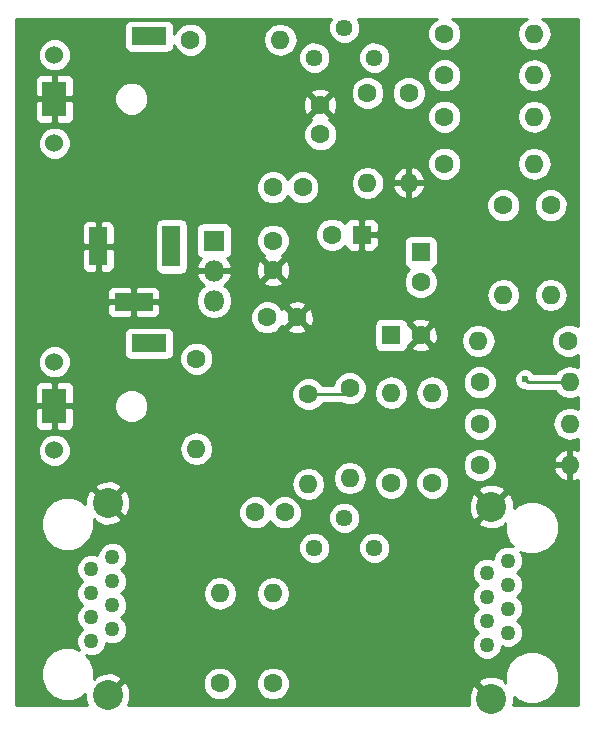
<source format=gbl>
G04 #@! TF.FileFunction,Copper,L2,Bot,Signal*
%FSLAX46Y46*%
G04 Gerber Fmt 4.6, Leading zero omitted, Abs format (unit mm)*
G04 Created by KiCad (PCBNEW 4.0.6) date 03/19/18 00:54:58*
%MOMM*%
%LPD*%
G01*
G04 APERTURE LIST*
%ADD10C,0.100000*%
%ADD11C,2.540000*%
%ADD12C,1.270000*%
%ADD13C,1.600000*%
%ADD14R,1.600000X1.600000*%
%ADD15C,1.524000*%
%ADD16R,2.000000X3.000000*%
%ADD17R,3.000000X1.500000*%
%ADD18O,1.600000X1.600000*%
%ADD19C,1.440000*%
%ADD20R,1.800000X1.800000*%
%ADD21O,1.800000X1.800000*%
%ADD22R,3.200000X1.500000*%
%ADD23R,1.500000X3.200000*%
%ADD24R,1.500000X3.500000*%
%ADD25C,0.600000*%
%ADD26C,0.250000*%
%ADD27C,0.254000*%
G04 APERTURE END LIST*
D10*
D11*
X87509000Y-90722000D03*
X87509000Y-106978000D03*
D12*
X86112000Y-102406000D03*
X87890000Y-101390000D03*
X86112000Y-100374000D03*
X87890000Y-99358000D03*
X86112000Y-98342000D03*
X87890000Y-97326000D03*
X86112000Y-96310000D03*
X87890000Y-95294000D03*
D13*
X101500000Y-68500000D03*
X101500000Y-71000000D03*
D14*
X111500000Y-76500000D03*
D13*
X114000000Y-76500000D03*
X104000000Y-64000000D03*
X101500000Y-64000000D03*
D14*
X109000000Y-68000000D03*
D13*
X106500000Y-68000000D03*
X105500000Y-57000000D03*
X105500000Y-59500000D03*
X101000000Y-75000000D03*
X103500000Y-75000000D03*
X102500000Y-91500000D03*
X100000000Y-91500000D03*
D14*
X114000000Y-69500000D03*
D13*
X114000000Y-72000000D03*
D15*
X83000000Y-60250000D03*
X83000000Y-52750000D03*
D16*
X83000000Y-56500000D03*
D17*
X91000000Y-51200000D03*
D15*
X83000000Y-86250000D03*
X83000000Y-78750000D03*
D16*
X83000000Y-82500000D03*
D17*
X91000000Y-77200000D03*
D11*
X119991000Y-107278000D03*
X119991000Y-91022000D03*
D12*
X121388000Y-95594000D03*
X119610000Y-96610000D03*
X121388000Y-97626000D03*
X119610000Y-98642000D03*
X121388000Y-99658000D03*
X119610000Y-100674000D03*
X121388000Y-101690000D03*
X119610000Y-102706000D03*
D13*
X109500000Y-56000000D03*
D18*
X109500000Y-63620000D03*
D13*
X125000000Y-65500000D03*
D18*
X125000000Y-73120000D03*
D13*
X116000000Y-54500000D03*
D18*
X123620000Y-54500000D03*
D13*
X116000000Y-58000000D03*
D18*
X123620000Y-58000000D03*
D13*
X121000000Y-65500000D03*
D18*
X121000000Y-73120000D03*
D13*
X113000000Y-56000000D03*
D18*
X113000000Y-63620000D03*
D13*
X116000000Y-51000000D03*
D18*
X123620000Y-51000000D03*
D13*
X108000000Y-81000000D03*
D18*
X108000000Y-88620000D03*
D13*
X126500000Y-77000000D03*
D18*
X118880000Y-77000000D03*
D13*
X104500000Y-81500000D03*
D18*
X104500000Y-89120000D03*
D13*
X119000000Y-84000000D03*
D18*
X126620000Y-84000000D03*
D13*
X119000000Y-80500000D03*
D18*
X126620000Y-80500000D03*
D13*
X116000000Y-62000000D03*
D18*
X123620000Y-62000000D03*
D13*
X119000000Y-87500000D03*
D18*
X126620000Y-87500000D03*
D13*
X111500000Y-89000000D03*
D18*
X111500000Y-81380000D03*
D13*
X94500000Y-51500000D03*
D18*
X102120000Y-51500000D03*
D13*
X115000000Y-89000000D03*
D18*
X115000000Y-81380000D03*
D13*
X95000000Y-78500000D03*
D18*
X95000000Y-86120000D03*
D19*
X105000000Y-53000000D03*
X107540000Y-50460000D03*
X110080000Y-53000000D03*
X105000000Y-94500000D03*
X107540000Y-91960000D03*
X110080000Y-94500000D03*
D20*
X96500000Y-68500000D03*
D21*
X96500000Y-71040000D03*
X96500000Y-73580000D03*
D13*
X97000000Y-106000000D03*
D18*
X97000000Y-98380000D03*
D13*
X101500000Y-106000000D03*
D18*
X101500000Y-98380000D03*
D22*
X89700000Y-73700000D03*
D23*
X86700000Y-69000000D03*
D24*
X92900000Y-69000000D03*
D25*
X107469900Y-72910400D03*
X100888500Y-83618300D03*
X101216500Y-54019700D03*
X122831900Y-80242500D03*
D26*
X86150000Y-98380000D02*
X86112000Y-98342000D01*
X123089400Y-80500000D02*
X122831900Y-80242500D01*
X126620000Y-80500000D02*
X123089400Y-80500000D01*
X107500000Y-81500000D02*
X108000000Y-81000000D01*
X104500000Y-81500000D02*
X107500000Y-81500000D01*
D27*
G36*
X106185236Y-50189291D02*
X106184765Y-50728344D01*
X106390617Y-51226543D01*
X106771452Y-51608043D01*
X107269291Y-51814764D01*
X107808344Y-51815235D01*
X108306543Y-51609383D01*
X108688043Y-51228548D01*
X108894764Y-50730709D01*
X108895235Y-50191656D01*
X108696218Y-49710000D01*
X115364286Y-49710000D01*
X115188200Y-49782757D01*
X114784176Y-50186077D01*
X114565250Y-50713309D01*
X114564752Y-51284187D01*
X114782757Y-51811800D01*
X115186077Y-52215824D01*
X115713309Y-52434750D01*
X116284187Y-52435248D01*
X116811800Y-52217243D01*
X117215824Y-51813923D01*
X117434750Y-51286691D01*
X117435248Y-50715813D01*
X117217243Y-50188200D01*
X116813923Y-49784176D01*
X116635287Y-49710000D01*
X122989207Y-49710000D01*
X122577189Y-49985302D01*
X122266120Y-50450849D01*
X122156887Y-51000000D01*
X122266120Y-51549151D01*
X122577189Y-52014698D01*
X123042736Y-52325767D01*
X123591887Y-52435000D01*
X123648113Y-52435000D01*
X124197264Y-52325767D01*
X124662811Y-52014698D01*
X124973880Y-51549151D01*
X125083113Y-51000000D01*
X124973880Y-50450849D01*
X124662811Y-49985302D01*
X124250793Y-49710000D01*
X127290000Y-49710000D01*
X127290000Y-75774242D01*
X126786691Y-75565250D01*
X126215813Y-75564752D01*
X125688200Y-75782757D01*
X125284176Y-76186077D01*
X125065250Y-76713309D01*
X125064752Y-77284187D01*
X125282757Y-77811800D01*
X125686077Y-78215824D01*
X126213309Y-78434750D01*
X126784187Y-78435248D01*
X127290000Y-78226251D01*
X127290000Y-79236197D01*
X127197264Y-79174233D01*
X126648113Y-79065000D01*
X126591887Y-79065000D01*
X126042736Y-79174233D01*
X125577189Y-79485302D01*
X125407005Y-79740000D01*
X123635943Y-79740000D01*
X123625017Y-79713557D01*
X123362227Y-79450308D01*
X123018699Y-79307662D01*
X122646733Y-79307338D01*
X122302957Y-79449383D01*
X122039708Y-79712173D01*
X121897062Y-80055701D01*
X121896738Y-80427667D01*
X122038783Y-80771443D01*
X122301573Y-81034692D01*
X122645101Y-81177338D01*
X122761582Y-81177439D01*
X122798561Y-81202148D01*
X123089400Y-81260000D01*
X125407005Y-81260000D01*
X125577189Y-81514698D01*
X126042736Y-81825767D01*
X126591887Y-81935000D01*
X126648113Y-81935000D01*
X127197264Y-81825767D01*
X127290000Y-81763803D01*
X127290000Y-82736197D01*
X127197264Y-82674233D01*
X126648113Y-82565000D01*
X126591887Y-82565000D01*
X126042736Y-82674233D01*
X125577189Y-82985302D01*
X125266120Y-83450849D01*
X125156887Y-84000000D01*
X125266120Y-84549151D01*
X125577189Y-85014698D01*
X126042736Y-85325767D01*
X126591887Y-85435000D01*
X126648113Y-85435000D01*
X127197264Y-85325767D01*
X127290000Y-85263803D01*
X127290000Y-86259990D01*
X126969041Y-86108086D01*
X126747000Y-86229371D01*
X126747000Y-87373000D01*
X126767000Y-87373000D01*
X126767000Y-87627000D01*
X126747000Y-87627000D01*
X126747000Y-88770629D01*
X126969041Y-88891914D01*
X127290000Y-88740010D01*
X127290000Y-107790000D01*
X121834996Y-107790000D01*
X121905261Y-107606964D01*
X121893851Y-107170950D01*
X122137801Y-107415326D01*
X122968366Y-107760207D01*
X123867688Y-107760992D01*
X124698854Y-107417561D01*
X125335326Y-106782199D01*
X125680207Y-105951634D01*
X125680992Y-105052312D01*
X125337561Y-104221146D01*
X124702199Y-103584674D01*
X123871634Y-103239793D01*
X122972312Y-103239008D01*
X122141146Y-103582439D01*
X121504674Y-104217801D01*
X121159793Y-105048366D01*
X121159024Y-105929891D01*
X121027480Y-105635343D01*
X120319964Y-105363739D01*
X119562368Y-105383564D01*
X118954520Y-105635343D01*
X118822828Y-105930223D01*
X119991000Y-107098395D01*
X120005143Y-107084253D01*
X120184748Y-107263858D01*
X120170605Y-107278000D01*
X120184748Y-107292143D01*
X120005143Y-107471748D01*
X119991000Y-107457605D01*
X119976858Y-107471748D01*
X119797253Y-107292143D01*
X119811395Y-107278000D01*
X118643223Y-106109828D01*
X118348343Y-106241520D01*
X118076739Y-106949036D01*
X118096564Y-107706632D01*
X118131096Y-107790000D01*
X89237831Y-107790000D01*
X89423261Y-107306964D01*
X89403436Y-106549368D01*
X89293595Y-106284187D01*
X95564752Y-106284187D01*
X95782757Y-106811800D01*
X96186077Y-107215824D01*
X96713309Y-107434750D01*
X97284187Y-107435248D01*
X97811800Y-107217243D01*
X98215824Y-106813923D01*
X98434750Y-106286691D01*
X98434752Y-106284187D01*
X100064752Y-106284187D01*
X100282757Y-106811800D01*
X100686077Y-107215824D01*
X101213309Y-107434750D01*
X101784187Y-107435248D01*
X102311800Y-107217243D01*
X102715824Y-106813923D01*
X102934750Y-106286691D01*
X102935248Y-105715813D01*
X102717243Y-105188200D01*
X102313923Y-104784176D01*
X101786691Y-104565250D01*
X101215813Y-104564752D01*
X100688200Y-104782757D01*
X100284176Y-105186077D01*
X100065250Y-105713309D01*
X100064752Y-106284187D01*
X98434752Y-106284187D01*
X98435248Y-105715813D01*
X98217243Y-105188200D01*
X97813923Y-104784176D01*
X97286691Y-104565250D01*
X96715813Y-104564752D01*
X96188200Y-104782757D01*
X95784176Y-105186077D01*
X95565250Y-105713309D01*
X95564752Y-106284187D01*
X89293595Y-106284187D01*
X89151657Y-105941520D01*
X88856777Y-105809828D01*
X87688605Y-106978000D01*
X87702748Y-106992143D01*
X87523143Y-107171748D01*
X87509000Y-107157605D01*
X87494858Y-107171748D01*
X87315253Y-106992143D01*
X87329395Y-106978000D01*
X87315253Y-106963858D01*
X87494858Y-106784253D01*
X87509000Y-106798395D01*
X88677172Y-105630223D01*
X88545480Y-105335343D01*
X87837964Y-105063739D01*
X87080368Y-105083564D01*
X86472520Y-105335343D01*
X86340829Y-105630221D01*
X86340226Y-105629618D01*
X86340992Y-104752312D01*
X85997561Y-103921146D01*
X85677824Y-103600850D01*
X85858273Y-103675779D01*
X86363510Y-103676220D01*
X86830458Y-103483282D01*
X87188026Y-103126337D01*
X87381779Y-102659727D01*
X87381871Y-102554142D01*
X87636273Y-102659779D01*
X88141510Y-102660220D01*
X88608458Y-102467282D01*
X88966026Y-102110337D01*
X89159779Y-101643727D01*
X89160220Y-101138490D01*
X88967282Y-100671542D01*
X88670053Y-100373794D01*
X88966026Y-100078337D01*
X89159779Y-99611727D01*
X89160220Y-99106490D01*
X88967282Y-98639542D01*
X88680129Y-98351887D01*
X95565000Y-98351887D01*
X95565000Y-98408113D01*
X95674233Y-98957264D01*
X95985302Y-99422811D01*
X96450849Y-99733880D01*
X97000000Y-99843113D01*
X97549151Y-99733880D01*
X98014698Y-99422811D01*
X98325767Y-98957264D01*
X98435000Y-98408113D01*
X98435000Y-98351887D01*
X100065000Y-98351887D01*
X100065000Y-98408113D01*
X100174233Y-98957264D01*
X100485302Y-99422811D01*
X100950849Y-99733880D01*
X101500000Y-99843113D01*
X102049151Y-99733880D01*
X102514698Y-99422811D01*
X102825767Y-98957264D01*
X102935000Y-98408113D01*
X102935000Y-98351887D01*
X102825767Y-97802736D01*
X102514698Y-97337189D01*
X102049151Y-97026120D01*
X101500000Y-96916887D01*
X100950849Y-97026120D01*
X100485302Y-97337189D01*
X100174233Y-97802736D01*
X100065000Y-98351887D01*
X98435000Y-98351887D01*
X98325767Y-97802736D01*
X98014698Y-97337189D01*
X97549151Y-97026120D01*
X97000000Y-96916887D01*
X96450849Y-97026120D01*
X95985302Y-97337189D01*
X95674233Y-97802736D01*
X95565000Y-98351887D01*
X88680129Y-98351887D01*
X88670053Y-98341794D01*
X88966026Y-98046337D01*
X89159779Y-97579727D01*
X89160220Y-97074490D01*
X89072219Y-96861510D01*
X118339780Y-96861510D01*
X118532718Y-97328458D01*
X118829947Y-97626206D01*
X118533974Y-97921663D01*
X118340221Y-98388273D01*
X118339780Y-98893510D01*
X118532718Y-99360458D01*
X118829947Y-99658206D01*
X118533974Y-99953663D01*
X118340221Y-100420273D01*
X118339780Y-100925510D01*
X118532718Y-101392458D01*
X118829947Y-101690206D01*
X118533974Y-101985663D01*
X118340221Y-102452273D01*
X118339780Y-102957510D01*
X118532718Y-103424458D01*
X118889663Y-103782026D01*
X119356273Y-103975779D01*
X119861510Y-103976220D01*
X120328458Y-103783282D01*
X120686026Y-103426337D01*
X120879779Y-102959727D01*
X120879871Y-102854142D01*
X121134273Y-102959779D01*
X121639510Y-102960220D01*
X122106458Y-102767282D01*
X122464026Y-102410337D01*
X122657779Y-101943727D01*
X122658220Y-101438490D01*
X122465282Y-100971542D01*
X122168053Y-100673794D01*
X122464026Y-100378337D01*
X122657779Y-99911727D01*
X122658220Y-99406490D01*
X122465282Y-98939542D01*
X122168053Y-98641794D01*
X122464026Y-98346337D01*
X122657779Y-97879727D01*
X122658220Y-97374490D01*
X122465282Y-96907542D01*
X122168053Y-96609794D01*
X122464026Y-96314337D01*
X122657779Y-95847727D01*
X122658220Y-95342490D01*
X122465282Y-94875542D01*
X122423963Y-94834151D01*
X122968366Y-95060207D01*
X123867688Y-95060992D01*
X124698854Y-94717561D01*
X125335326Y-94082199D01*
X125680207Y-93251634D01*
X125680992Y-92352312D01*
X125337561Y-91521146D01*
X124702199Y-90884674D01*
X123871634Y-90539793D01*
X122972312Y-90539008D01*
X122141146Y-90882439D01*
X121899318Y-91123846D01*
X121885436Y-90593368D01*
X121633657Y-89985520D01*
X121338777Y-89853828D01*
X120170605Y-91022000D01*
X120184748Y-91036143D01*
X120005143Y-91215748D01*
X119991000Y-91201605D01*
X118822828Y-92369777D01*
X118954520Y-92664657D01*
X119662036Y-92936261D01*
X120419632Y-92916436D01*
X121027480Y-92664657D01*
X121159171Y-92369779D01*
X121159774Y-92370382D01*
X121159008Y-93247688D01*
X121502439Y-94078854D01*
X121822176Y-94399150D01*
X121641727Y-94324221D01*
X121136490Y-94323780D01*
X120669542Y-94516718D01*
X120311974Y-94873663D01*
X120118221Y-95340273D01*
X120118129Y-95445858D01*
X119863727Y-95340221D01*
X119358490Y-95339780D01*
X118891542Y-95532718D01*
X118533974Y-95889663D01*
X118340221Y-96356273D01*
X118339780Y-96861510D01*
X89072219Y-96861510D01*
X88967282Y-96607542D01*
X88670053Y-96309794D01*
X88966026Y-96014337D01*
X89159779Y-95547727D01*
X89160220Y-95042490D01*
X89046946Y-94768344D01*
X103644765Y-94768344D01*
X103850617Y-95266543D01*
X104231452Y-95648043D01*
X104729291Y-95854764D01*
X105268344Y-95855235D01*
X105766543Y-95649383D01*
X106148043Y-95268548D01*
X106354764Y-94770709D01*
X106354766Y-94768344D01*
X108724765Y-94768344D01*
X108930617Y-95266543D01*
X109311452Y-95648043D01*
X109809291Y-95854764D01*
X110348344Y-95855235D01*
X110846543Y-95649383D01*
X111228043Y-95268548D01*
X111434764Y-94770709D01*
X111435235Y-94231656D01*
X111229383Y-93733457D01*
X110848548Y-93351957D01*
X110350709Y-93145236D01*
X109811656Y-93144765D01*
X109313457Y-93350617D01*
X108931957Y-93731452D01*
X108725236Y-94229291D01*
X108724765Y-94768344D01*
X106354766Y-94768344D01*
X106355235Y-94231656D01*
X106149383Y-93733457D01*
X105768548Y-93351957D01*
X105270709Y-93145236D01*
X104731656Y-93144765D01*
X104233457Y-93350617D01*
X103851957Y-93731452D01*
X103645236Y-94229291D01*
X103644765Y-94768344D01*
X89046946Y-94768344D01*
X88967282Y-94575542D01*
X88610337Y-94217974D01*
X88143727Y-94024221D01*
X87638490Y-94023780D01*
X87171542Y-94216718D01*
X86813974Y-94573663D01*
X86620221Y-95040273D01*
X86620129Y-95145858D01*
X86365727Y-95040221D01*
X85860490Y-95039780D01*
X85393542Y-95232718D01*
X85035974Y-95589663D01*
X84842221Y-96056273D01*
X84841780Y-96561510D01*
X85034718Y-97028458D01*
X85331947Y-97326206D01*
X85035974Y-97621663D01*
X84842221Y-98088273D01*
X84841780Y-98593510D01*
X85034718Y-99060458D01*
X85331947Y-99358206D01*
X85035974Y-99653663D01*
X84842221Y-100120273D01*
X84841780Y-100625510D01*
X85034718Y-101092458D01*
X85331947Y-101390206D01*
X85035974Y-101685663D01*
X84842221Y-102152273D01*
X84841780Y-102657510D01*
X85034718Y-103124458D01*
X85076037Y-103165849D01*
X84531634Y-102939793D01*
X83632312Y-102939008D01*
X82801146Y-103282439D01*
X82164674Y-103917801D01*
X81819793Y-104748366D01*
X81819008Y-105647688D01*
X82162439Y-106478854D01*
X82797801Y-107115326D01*
X83628366Y-107460207D01*
X84527688Y-107460992D01*
X85358854Y-107117561D01*
X85600682Y-106876154D01*
X85614564Y-107406632D01*
X85773360Y-107790000D01*
X79710000Y-107790000D01*
X79710000Y-92947688D01*
X81819008Y-92947688D01*
X82162439Y-93778854D01*
X82797801Y-94415326D01*
X83628366Y-94760207D01*
X84527688Y-94760992D01*
X85358854Y-94417561D01*
X85995326Y-93782199D01*
X86340207Y-92951634D01*
X86340976Y-92070109D01*
X86472520Y-92364657D01*
X87180036Y-92636261D01*
X87937632Y-92616436D01*
X88545480Y-92364657D01*
X88677172Y-92069777D01*
X87509000Y-90901605D01*
X87494858Y-90915748D01*
X87315253Y-90736143D01*
X87329395Y-90722000D01*
X87688605Y-90722000D01*
X88856777Y-91890172D01*
X89094094Y-91784187D01*
X98564752Y-91784187D01*
X98782757Y-92311800D01*
X99186077Y-92715824D01*
X99713309Y-92934750D01*
X100284187Y-92935248D01*
X100811800Y-92717243D01*
X101215824Y-92313923D01*
X101249813Y-92232069D01*
X101282757Y-92311800D01*
X101686077Y-92715824D01*
X102213309Y-92934750D01*
X102784187Y-92935248D01*
X103311800Y-92717243D01*
X103715824Y-92313923D01*
X103751359Y-92228344D01*
X106184765Y-92228344D01*
X106390617Y-92726543D01*
X106771452Y-93108043D01*
X107269291Y-93314764D01*
X107808344Y-93315235D01*
X108306543Y-93109383D01*
X108688043Y-92728548D01*
X108894764Y-92230709D01*
X108895235Y-91691656D01*
X108689383Y-91193457D01*
X108308548Y-90811957D01*
X108022155Y-90693036D01*
X118076739Y-90693036D01*
X118096564Y-91450632D01*
X118348343Y-92058480D01*
X118643223Y-92190172D01*
X119811395Y-91022000D01*
X118643223Y-89853828D01*
X118348343Y-89985520D01*
X118076739Y-90693036D01*
X108022155Y-90693036D01*
X107810709Y-90605236D01*
X107271656Y-90604765D01*
X106773457Y-90810617D01*
X106391957Y-91191452D01*
X106185236Y-91689291D01*
X106184765Y-92228344D01*
X103751359Y-92228344D01*
X103934750Y-91786691D01*
X103935248Y-91215813D01*
X103717243Y-90688200D01*
X103313923Y-90284176D01*
X102786691Y-90065250D01*
X102215813Y-90064752D01*
X101688200Y-90282757D01*
X101284176Y-90686077D01*
X101250187Y-90767931D01*
X101217243Y-90688200D01*
X100813923Y-90284176D01*
X100286691Y-90065250D01*
X99715813Y-90064752D01*
X99188200Y-90282757D01*
X98784176Y-90686077D01*
X98565250Y-91213309D01*
X98564752Y-91784187D01*
X89094094Y-91784187D01*
X89151657Y-91758480D01*
X89423261Y-91050964D01*
X89403436Y-90293368D01*
X89151657Y-89685520D01*
X88856777Y-89553828D01*
X87688605Y-90722000D01*
X87329395Y-90722000D01*
X86161223Y-89553828D01*
X85866343Y-89685520D01*
X85594739Y-90393036D01*
X85606149Y-90829050D01*
X85362199Y-90584674D01*
X84531634Y-90239793D01*
X83632312Y-90239008D01*
X82801146Y-90582439D01*
X82164674Y-91217801D01*
X81819793Y-92048366D01*
X81819008Y-92947688D01*
X79710000Y-92947688D01*
X79710000Y-89374223D01*
X86340828Y-89374223D01*
X87509000Y-90542395D01*
X88677172Y-89374223D01*
X88551083Y-89091887D01*
X103065000Y-89091887D01*
X103065000Y-89148113D01*
X103174233Y-89697264D01*
X103485302Y-90162811D01*
X103950849Y-90473880D01*
X104500000Y-90583113D01*
X105049151Y-90473880D01*
X105514698Y-90162811D01*
X105825767Y-89697264D01*
X105935000Y-89148113D01*
X105935000Y-89091887D01*
X105835544Y-88591887D01*
X106565000Y-88591887D01*
X106565000Y-88648113D01*
X106674233Y-89197264D01*
X106985302Y-89662811D01*
X107450849Y-89973880D01*
X108000000Y-90083113D01*
X108549151Y-89973880D01*
X109014698Y-89662811D01*
X109267686Y-89284187D01*
X110064752Y-89284187D01*
X110282757Y-89811800D01*
X110686077Y-90215824D01*
X111213309Y-90434750D01*
X111784187Y-90435248D01*
X112311800Y-90217243D01*
X112715824Y-89813923D01*
X112934750Y-89286691D01*
X112934752Y-89284187D01*
X113564752Y-89284187D01*
X113782757Y-89811800D01*
X114186077Y-90215824D01*
X114713309Y-90434750D01*
X115284187Y-90435248D01*
X115811800Y-90217243D01*
X116215824Y-89813923D01*
X116273832Y-89674223D01*
X118822828Y-89674223D01*
X119991000Y-90842395D01*
X121159172Y-89674223D01*
X121027480Y-89379343D01*
X120319964Y-89107739D01*
X119562368Y-89127564D01*
X118954520Y-89379343D01*
X118822828Y-89674223D01*
X116273832Y-89674223D01*
X116434750Y-89286691D01*
X116435248Y-88715813D01*
X116217243Y-88188200D01*
X115813934Y-87784187D01*
X117564752Y-87784187D01*
X117782757Y-88311800D01*
X118186077Y-88715824D01*
X118713309Y-88934750D01*
X119284187Y-88935248D01*
X119811800Y-88717243D01*
X120215824Y-88313923D01*
X120408860Y-87849039D01*
X125228096Y-87849039D01*
X125388959Y-88237423D01*
X125764866Y-88652389D01*
X126270959Y-88891914D01*
X126493000Y-88770629D01*
X126493000Y-87627000D01*
X125350085Y-87627000D01*
X125228096Y-87849039D01*
X120408860Y-87849039D01*
X120434750Y-87786691D01*
X120435248Y-87215813D01*
X120408452Y-87150961D01*
X125228096Y-87150961D01*
X125350085Y-87373000D01*
X126493000Y-87373000D01*
X126493000Y-86229371D01*
X126270959Y-86108086D01*
X125764866Y-86347611D01*
X125388959Y-86762577D01*
X125228096Y-87150961D01*
X120408452Y-87150961D01*
X120217243Y-86688200D01*
X119813923Y-86284176D01*
X119286691Y-86065250D01*
X118715813Y-86064752D01*
X118188200Y-86282757D01*
X117784176Y-86686077D01*
X117565250Y-87213309D01*
X117564752Y-87784187D01*
X115813934Y-87784187D01*
X115813923Y-87784176D01*
X115286691Y-87565250D01*
X114715813Y-87564752D01*
X114188200Y-87782757D01*
X113784176Y-88186077D01*
X113565250Y-88713309D01*
X113564752Y-89284187D01*
X112934752Y-89284187D01*
X112935248Y-88715813D01*
X112717243Y-88188200D01*
X112313923Y-87784176D01*
X111786691Y-87565250D01*
X111215813Y-87564752D01*
X110688200Y-87782757D01*
X110284176Y-88186077D01*
X110065250Y-88713309D01*
X110064752Y-89284187D01*
X109267686Y-89284187D01*
X109325767Y-89197264D01*
X109435000Y-88648113D01*
X109435000Y-88591887D01*
X109325767Y-88042736D01*
X109014698Y-87577189D01*
X108549151Y-87266120D01*
X108000000Y-87156887D01*
X107450849Y-87266120D01*
X106985302Y-87577189D01*
X106674233Y-88042736D01*
X106565000Y-88591887D01*
X105835544Y-88591887D01*
X105825767Y-88542736D01*
X105514698Y-88077189D01*
X105049151Y-87766120D01*
X104500000Y-87656887D01*
X103950849Y-87766120D01*
X103485302Y-88077189D01*
X103174233Y-88542736D01*
X103065000Y-89091887D01*
X88551083Y-89091887D01*
X88545480Y-89079343D01*
X87837964Y-88807739D01*
X87080368Y-88827564D01*
X86472520Y-89079343D01*
X86340828Y-89374223D01*
X79710000Y-89374223D01*
X79710000Y-86526661D01*
X81602758Y-86526661D01*
X81814990Y-87040303D01*
X82207630Y-87433629D01*
X82720900Y-87646757D01*
X83276661Y-87647242D01*
X83790303Y-87435010D01*
X84183629Y-87042370D01*
X84396757Y-86529100D01*
X84397138Y-86091887D01*
X93565000Y-86091887D01*
X93565000Y-86148113D01*
X93674233Y-86697264D01*
X93985302Y-87162811D01*
X94450849Y-87473880D01*
X95000000Y-87583113D01*
X95549151Y-87473880D01*
X96014698Y-87162811D01*
X96325767Y-86697264D01*
X96435000Y-86148113D01*
X96435000Y-86091887D01*
X96325767Y-85542736D01*
X96014698Y-85077189D01*
X95549151Y-84766120D01*
X95000000Y-84656887D01*
X94450849Y-84766120D01*
X93985302Y-85077189D01*
X93674233Y-85542736D01*
X93565000Y-86091887D01*
X84397138Y-86091887D01*
X84397242Y-85973339D01*
X84185010Y-85459697D01*
X83792370Y-85066371D01*
X83279100Y-84853243D01*
X82723339Y-84852758D01*
X82209697Y-85064990D01*
X81816371Y-85457630D01*
X81603243Y-85970900D01*
X81602758Y-86526661D01*
X79710000Y-86526661D01*
X79710000Y-82785750D01*
X81365000Y-82785750D01*
X81365000Y-84126309D01*
X81461673Y-84359698D01*
X81640301Y-84538327D01*
X81873690Y-84635000D01*
X82714250Y-84635000D01*
X82873000Y-84476250D01*
X82873000Y-82627000D01*
X83127000Y-82627000D01*
X83127000Y-84476250D01*
X83285750Y-84635000D01*
X84126310Y-84635000D01*
X84359699Y-84538327D01*
X84538327Y-84359698D01*
X84569604Y-84284187D01*
X117564752Y-84284187D01*
X117782757Y-84811800D01*
X118186077Y-85215824D01*
X118713309Y-85434750D01*
X119284187Y-85435248D01*
X119811800Y-85217243D01*
X120215824Y-84813923D01*
X120434750Y-84286691D01*
X120435248Y-83715813D01*
X120217243Y-83188200D01*
X119813923Y-82784176D01*
X119286691Y-82565250D01*
X118715813Y-82564752D01*
X118188200Y-82782757D01*
X117784176Y-83186077D01*
X117565250Y-83713309D01*
X117564752Y-84284187D01*
X84569604Y-84284187D01*
X84635000Y-84126309D01*
X84635000Y-82785750D01*
X84633437Y-82784187D01*
X88064752Y-82784187D01*
X88282757Y-83311800D01*
X88686077Y-83715824D01*
X89213309Y-83934750D01*
X89784187Y-83935248D01*
X90311800Y-83717243D01*
X90715824Y-83313923D01*
X90934750Y-82786691D01*
X90935248Y-82215813D01*
X90756904Y-81784187D01*
X103064752Y-81784187D01*
X103282757Y-82311800D01*
X103686077Y-82715824D01*
X104213309Y-82934750D01*
X104784187Y-82935248D01*
X105311800Y-82717243D01*
X105715824Y-82313923D01*
X105738215Y-82260000D01*
X107292465Y-82260000D01*
X107713309Y-82434750D01*
X108284187Y-82435248D01*
X108811800Y-82217243D01*
X109215824Y-81813923D01*
X109407678Y-81351887D01*
X110065000Y-81351887D01*
X110065000Y-81408113D01*
X110174233Y-81957264D01*
X110485302Y-82422811D01*
X110950849Y-82733880D01*
X111500000Y-82843113D01*
X112049151Y-82733880D01*
X112514698Y-82422811D01*
X112825767Y-81957264D01*
X112935000Y-81408113D01*
X112935000Y-81351887D01*
X113565000Y-81351887D01*
X113565000Y-81408113D01*
X113674233Y-81957264D01*
X113985302Y-82422811D01*
X114450849Y-82733880D01*
X115000000Y-82843113D01*
X115549151Y-82733880D01*
X116014698Y-82422811D01*
X116325767Y-81957264D01*
X116435000Y-81408113D01*
X116435000Y-81351887D01*
X116325767Y-80802736D01*
X116313373Y-80784187D01*
X117564752Y-80784187D01*
X117782757Y-81311800D01*
X118186077Y-81715824D01*
X118713309Y-81934750D01*
X119284187Y-81935248D01*
X119811800Y-81717243D01*
X120215824Y-81313923D01*
X120434750Y-80786691D01*
X120435248Y-80215813D01*
X120217243Y-79688200D01*
X119813923Y-79284176D01*
X119286691Y-79065250D01*
X118715813Y-79064752D01*
X118188200Y-79282757D01*
X117784176Y-79686077D01*
X117565250Y-80213309D01*
X117564752Y-80784187D01*
X116313373Y-80784187D01*
X116014698Y-80337189D01*
X115549151Y-80026120D01*
X115000000Y-79916887D01*
X114450849Y-80026120D01*
X113985302Y-80337189D01*
X113674233Y-80802736D01*
X113565000Y-81351887D01*
X112935000Y-81351887D01*
X112825767Y-80802736D01*
X112514698Y-80337189D01*
X112049151Y-80026120D01*
X111500000Y-79916887D01*
X110950849Y-80026120D01*
X110485302Y-80337189D01*
X110174233Y-80802736D01*
X110065000Y-81351887D01*
X109407678Y-81351887D01*
X109434750Y-81286691D01*
X109435248Y-80715813D01*
X109217243Y-80188200D01*
X108813923Y-79784176D01*
X108286691Y-79565250D01*
X107715813Y-79564752D01*
X107188200Y-79782757D01*
X106784176Y-80186077D01*
X106565250Y-80713309D01*
X106565227Y-80740000D01*
X105738646Y-80740000D01*
X105717243Y-80688200D01*
X105313923Y-80284176D01*
X104786691Y-80065250D01*
X104215813Y-80064752D01*
X103688200Y-80282757D01*
X103284176Y-80686077D01*
X103065250Y-81213309D01*
X103064752Y-81784187D01*
X90756904Y-81784187D01*
X90717243Y-81688200D01*
X90313923Y-81284176D01*
X89786691Y-81065250D01*
X89215813Y-81064752D01*
X88688200Y-81282757D01*
X88284176Y-81686077D01*
X88065250Y-82213309D01*
X88064752Y-82784187D01*
X84633437Y-82784187D01*
X84476250Y-82627000D01*
X83127000Y-82627000D01*
X82873000Y-82627000D01*
X81523750Y-82627000D01*
X81365000Y-82785750D01*
X79710000Y-82785750D01*
X79710000Y-80873691D01*
X81365000Y-80873691D01*
X81365000Y-82214250D01*
X81523750Y-82373000D01*
X82873000Y-82373000D01*
X82873000Y-80523750D01*
X83127000Y-80523750D01*
X83127000Y-82373000D01*
X84476250Y-82373000D01*
X84635000Y-82214250D01*
X84635000Y-80873691D01*
X84538327Y-80640302D01*
X84359699Y-80461673D01*
X84126310Y-80365000D01*
X83285750Y-80365000D01*
X83127000Y-80523750D01*
X82873000Y-80523750D01*
X82714250Y-80365000D01*
X81873690Y-80365000D01*
X81640301Y-80461673D01*
X81461673Y-80640302D01*
X81365000Y-80873691D01*
X79710000Y-80873691D01*
X79710000Y-79026661D01*
X81602758Y-79026661D01*
X81814990Y-79540303D01*
X82207630Y-79933629D01*
X82720900Y-80146757D01*
X83276661Y-80147242D01*
X83790303Y-79935010D01*
X84183629Y-79542370D01*
X84396757Y-79029100D01*
X84396970Y-78784187D01*
X93564752Y-78784187D01*
X93782757Y-79311800D01*
X94186077Y-79715824D01*
X94713309Y-79934750D01*
X95284187Y-79935248D01*
X95811800Y-79717243D01*
X96215824Y-79313923D01*
X96434750Y-78786691D01*
X96435248Y-78215813D01*
X96217243Y-77688200D01*
X95813923Y-77284176D01*
X95286691Y-77065250D01*
X94715813Y-77064752D01*
X94188200Y-77282757D01*
X93784176Y-77686077D01*
X93565250Y-78213309D01*
X93564752Y-78784187D01*
X84396970Y-78784187D01*
X84397242Y-78473339D01*
X84185010Y-77959697D01*
X83792370Y-77566371D01*
X83279100Y-77353243D01*
X82723339Y-77352758D01*
X82209697Y-77564990D01*
X81816371Y-77957630D01*
X81603243Y-78470900D01*
X81602758Y-79026661D01*
X79710000Y-79026661D01*
X79710000Y-76450000D01*
X88852560Y-76450000D01*
X88852560Y-77950000D01*
X88896838Y-78185317D01*
X89035910Y-78401441D01*
X89248110Y-78546431D01*
X89500000Y-78597440D01*
X92500000Y-78597440D01*
X92735317Y-78553162D01*
X92951441Y-78414090D01*
X93096431Y-78201890D01*
X93147440Y-77950000D01*
X93147440Y-76450000D01*
X93103162Y-76214683D01*
X92964090Y-75998559D01*
X92751890Y-75853569D01*
X92500000Y-75802560D01*
X89500000Y-75802560D01*
X89264683Y-75846838D01*
X89048559Y-75985910D01*
X88903569Y-76198110D01*
X88852560Y-76450000D01*
X79710000Y-76450000D01*
X79710000Y-75284187D01*
X99564752Y-75284187D01*
X99782757Y-75811800D01*
X100186077Y-76215824D01*
X100713309Y-76434750D01*
X101284187Y-76435248D01*
X101811800Y-76217243D01*
X102021663Y-76007745D01*
X102671861Y-76007745D01*
X102745995Y-76253864D01*
X103283223Y-76446965D01*
X103853454Y-76419778D01*
X104254005Y-76253864D01*
X104328139Y-76007745D01*
X103500000Y-75179605D01*
X102671861Y-76007745D01*
X102021663Y-76007745D01*
X102215824Y-75813923D01*
X102243423Y-75747456D01*
X102246136Y-75754005D01*
X102492255Y-75828139D01*
X103320395Y-75000000D01*
X103679605Y-75000000D01*
X104507745Y-75828139D01*
X104753864Y-75754005D01*
X104773275Y-75700000D01*
X110052560Y-75700000D01*
X110052560Y-77300000D01*
X110096838Y-77535317D01*
X110235910Y-77751441D01*
X110448110Y-77896431D01*
X110700000Y-77947440D01*
X112300000Y-77947440D01*
X112535317Y-77903162D01*
X112751441Y-77764090D01*
X112896431Y-77551890D01*
X112905370Y-77507745D01*
X113171861Y-77507745D01*
X113245995Y-77753864D01*
X113783223Y-77946965D01*
X114353454Y-77919778D01*
X114754005Y-77753864D01*
X114828139Y-77507745D01*
X114000000Y-76679605D01*
X113171861Y-77507745D01*
X112905370Y-77507745D01*
X112944646Y-77313799D01*
X112992255Y-77328139D01*
X113820395Y-76500000D01*
X114179605Y-76500000D01*
X115007745Y-77328139D01*
X115253864Y-77254005D01*
X115345163Y-77000000D01*
X117416887Y-77000000D01*
X117526120Y-77549151D01*
X117837189Y-78014698D01*
X118302736Y-78325767D01*
X118851887Y-78435000D01*
X118908113Y-78435000D01*
X119457264Y-78325767D01*
X119922811Y-78014698D01*
X120233880Y-77549151D01*
X120343113Y-77000000D01*
X120233880Y-76450849D01*
X119922811Y-75985302D01*
X119457264Y-75674233D01*
X118908113Y-75565000D01*
X118851887Y-75565000D01*
X118302736Y-75674233D01*
X117837189Y-75985302D01*
X117526120Y-76450849D01*
X117416887Y-77000000D01*
X115345163Y-77000000D01*
X115446965Y-76716777D01*
X115419778Y-76146546D01*
X115253864Y-75745995D01*
X115007745Y-75671861D01*
X114179605Y-76500000D01*
X113820395Y-76500000D01*
X112992255Y-75671861D01*
X112944833Y-75686145D01*
X112908351Y-75492255D01*
X113171861Y-75492255D01*
X114000000Y-76320395D01*
X114828139Y-75492255D01*
X114754005Y-75246136D01*
X114216777Y-75053035D01*
X113646546Y-75080222D01*
X113245995Y-75246136D01*
X113171861Y-75492255D01*
X112908351Y-75492255D01*
X112903162Y-75464683D01*
X112764090Y-75248559D01*
X112551890Y-75103569D01*
X112300000Y-75052560D01*
X110700000Y-75052560D01*
X110464683Y-75096838D01*
X110248559Y-75235910D01*
X110103569Y-75448110D01*
X110052560Y-75700000D01*
X104773275Y-75700000D01*
X104946965Y-75216777D01*
X104919778Y-74646546D01*
X104753864Y-74245995D01*
X104507745Y-74171861D01*
X103679605Y-75000000D01*
X103320395Y-75000000D01*
X102492255Y-74171861D01*
X102246136Y-74245995D01*
X102243804Y-74252483D01*
X102217243Y-74188200D01*
X102021640Y-73992255D01*
X102671861Y-73992255D01*
X103500000Y-74820395D01*
X104328139Y-73992255D01*
X104254005Y-73746136D01*
X103716777Y-73553035D01*
X103146546Y-73580222D01*
X102745995Y-73746136D01*
X102671861Y-73992255D01*
X102021640Y-73992255D01*
X101813923Y-73784176D01*
X101286691Y-73565250D01*
X100715813Y-73564752D01*
X100188200Y-73782757D01*
X99784176Y-74186077D01*
X99565250Y-74713309D01*
X99564752Y-75284187D01*
X79710000Y-75284187D01*
X79710000Y-73985750D01*
X87465000Y-73985750D01*
X87465000Y-74576310D01*
X87561673Y-74809699D01*
X87740302Y-74988327D01*
X87973691Y-75085000D01*
X89414250Y-75085000D01*
X89573000Y-74926250D01*
X89573000Y-73827000D01*
X89827000Y-73827000D01*
X89827000Y-74926250D01*
X89985750Y-75085000D01*
X91426309Y-75085000D01*
X91659698Y-74988327D01*
X91838327Y-74809699D01*
X91935000Y-74576310D01*
X91935000Y-73985750D01*
X91776250Y-73827000D01*
X89827000Y-73827000D01*
X89573000Y-73827000D01*
X87623750Y-73827000D01*
X87465000Y-73985750D01*
X79710000Y-73985750D01*
X79710000Y-72823690D01*
X87465000Y-72823690D01*
X87465000Y-73414250D01*
X87623750Y-73573000D01*
X89573000Y-73573000D01*
X89573000Y-72473750D01*
X89827000Y-72473750D01*
X89827000Y-73573000D01*
X91776250Y-73573000D01*
X91799322Y-73549928D01*
X94965000Y-73549928D01*
X94965000Y-73610072D01*
X95081845Y-74197491D01*
X95414591Y-74695481D01*
X95912581Y-75028227D01*
X96500000Y-75145072D01*
X97087419Y-75028227D01*
X97585409Y-74695481D01*
X97918155Y-74197491D01*
X98035000Y-73610072D01*
X98035000Y-73549928D01*
X97918155Y-72962509D01*
X97585409Y-72464519D01*
X97347418Y-72305499D01*
X97672312Y-72007745D01*
X100671861Y-72007745D01*
X100745995Y-72253864D01*
X101283223Y-72446965D01*
X101853454Y-72419778D01*
X102254005Y-72253864D01*
X102328139Y-72007745D01*
X101500000Y-71179605D01*
X100671861Y-72007745D01*
X97672312Y-72007745D01*
X97737966Y-71947576D01*
X97991046Y-71404742D01*
X97870997Y-71167000D01*
X96627000Y-71167000D01*
X96627000Y-71187000D01*
X96373000Y-71187000D01*
X96373000Y-71167000D01*
X95129003Y-71167000D01*
X95008954Y-71404742D01*
X95262034Y-71947576D01*
X95652582Y-72305499D01*
X95414591Y-72464519D01*
X95081845Y-72962509D01*
X94965000Y-73549928D01*
X91799322Y-73549928D01*
X91935000Y-73414250D01*
X91935000Y-72823690D01*
X91838327Y-72590301D01*
X91659698Y-72411673D01*
X91426309Y-72315000D01*
X89985750Y-72315000D01*
X89827000Y-72473750D01*
X89573000Y-72473750D01*
X89414250Y-72315000D01*
X87973691Y-72315000D01*
X87740302Y-72411673D01*
X87561673Y-72590301D01*
X87465000Y-72823690D01*
X79710000Y-72823690D01*
X79710000Y-69285750D01*
X85315000Y-69285750D01*
X85315000Y-70726310D01*
X85411673Y-70959699D01*
X85590302Y-71138327D01*
X85823691Y-71235000D01*
X86414250Y-71235000D01*
X86573000Y-71076250D01*
X86573000Y-69127000D01*
X86827000Y-69127000D01*
X86827000Y-71076250D01*
X86985750Y-71235000D01*
X87576309Y-71235000D01*
X87809698Y-71138327D01*
X87988327Y-70959699D01*
X88085000Y-70726310D01*
X88085000Y-69285750D01*
X87926250Y-69127000D01*
X86827000Y-69127000D01*
X86573000Y-69127000D01*
X85473750Y-69127000D01*
X85315000Y-69285750D01*
X79710000Y-69285750D01*
X79710000Y-67273690D01*
X85315000Y-67273690D01*
X85315000Y-68714250D01*
X85473750Y-68873000D01*
X86573000Y-68873000D01*
X86573000Y-66923750D01*
X86827000Y-66923750D01*
X86827000Y-68873000D01*
X87926250Y-68873000D01*
X88085000Y-68714250D01*
X88085000Y-67273690D01*
X88075188Y-67250000D01*
X91502560Y-67250000D01*
X91502560Y-70750000D01*
X91546838Y-70985317D01*
X91685910Y-71201441D01*
X91898110Y-71346431D01*
X92150000Y-71397440D01*
X93650000Y-71397440D01*
X93885317Y-71353162D01*
X94101441Y-71214090D01*
X94246431Y-71001890D01*
X94297440Y-70750000D01*
X94297440Y-67600000D01*
X94952560Y-67600000D01*
X94952560Y-69400000D01*
X94996838Y-69635317D01*
X95135910Y-69851441D01*
X95348110Y-69996431D01*
X95399146Y-70006766D01*
X95262034Y-70132424D01*
X95008954Y-70675258D01*
X95129003Y-70913000D01*
X96373000Y-70913000D01*
X96373000Y-70893000D01*
X96627000Y-70893000D01*
X96627000Y-70913000D01*
X97870997Y-70913000D01*
X97936528Y-70783223D01*
X100053035Y-70783223D01*
X100080222Y-71353454D01*
X100246136Y-71754005D01*
X100492255Y-71828139D01*
X101320395Y-71000000D01*
X101679605Y-71000000D01*
X102507745Y-71828139D01*
X102753864Y-71754005D01*
X102946965Y-71216777D01*
X102919778Y-70646546D01*
X102753864Y-70245995D01*
X102507745Y-70171861D01*
X101679605Y-71000000D01*
X101320395Y-71000000D01*
X100492255Y-70171861D01*
X100246136Y-70245995D01*
X100053035Y-70783223D01*
X97936528Y-70783223D01*
X97991046Y-70675258D01*
X97737966Y-70132424D01*
X97603462Y-70009156D01*
X97635317Y-70003162D01*
X97851441Y-69864090D01*
X97996431Y-69651890D01*
X98047440Y-69400000D01*
X98047440Y-68784187D01*
X100064752Y-68784187D01*
X100282757Y-69311800D01*
X100686077Y-69715824D01*
X100752544Y-69743423D01*
X100745995Y-69746136D01*
X100671861Y-69992255D01*
X101500000Y-70820395D01*
X102328139Y-69992255D01*
X102254005Y-69746136D01*
X102247517Y-69743804D01*
X102311800Y-69717243D01*
X102715824Y-69313923D01*
X102934750Y-68786691D01*
X102935188Y-68284187D01*
X105064752Y-68284187D01*
X105282757Y-68811800D01*
X105686077Y-69215824D01*
X106213309Y-69434750D01*
X106784187Y-69435248D01*
X107311800Y-69217243D01*
X107576187Y-68953317D01*
X107661673Y-69159699D01*
X107840302Y-69338327D01*
X108073691Y-69435000D01*
X108714250Y-69435000D01*
X108873000Y-69276250D01*
X108873000Y-68127000D01*
X109127000Y-68127000D01*
X109127000Y-69276250D01*
X109285750Y-69435000D01*
X109926309Y-69435000D01*
X110159698Y-69338327D01*
X110338327Y-69159699D01*
X110435000Y-68926310D01*
X110435000Y-68700000D01*
X112552560Y-68700000D01*
X112552560Y-70300000D01*
X112596838Y-70535317D01*
X112735910Y-70751441D01*
X112948110Y-70896431D01*
X113053041Y-70917680D01*
X112784176Y-71186077D01*
X112565250Y-71713309D01*
X112564752Y-72284187D01*
X112782757Y-72811800D01*
X113186077Y-73215824D01*
X113713309Y-73434750D01*
X114284187Y-73435248D01*
X114811800Y-73217243D01*
X114937374Y-73091887D01*
X119565000Y-73091887D01*
X119565000Y-73148113D01*
X119674233Y-73697264D01*
X119985302Y-74162811D01*
X120450849Y-74473880D01*
X121000000Y-74583113D01*
X121549151Y-74473880D01*
X122014698Y-74162811D01*
X122325767Y-73697264D01*
X122435000Y-73148113D01*
X122435000Y-73091887D01*
X123565000Y-73091887D01*
X123565000Y-73148113D01*
X123674233Y-73697264D01*
X123985302Y-74162811D01*
X124450849Y-74473880D01*
X125000000Y-74583113D01*
X125549151Y-74473880D01*
X126014698Y-74162811D01*
X126325767Y-73697264D01*
X126435000Y-73148113D01*
X126435000Y-73091887D01*
X126325767Y-72542736D01*
X126014698Y-72077189D01*
X125549151Y-71766120D01*
X125000000Y-71656887D01*
X124450849Y-71766120D01*
X123985302Y-72077189D01*
X123674233Y-72542736D01*
X123565000Y-73091887D01*
X122435000Y-73091887D01*
X122325767Y-72542736D01*
X122014698Y-72077189D01*
X121549151Y-71766120D01*
X121000000Y-71656887D01*
X120450849Y-71766120D01*
X119985302Y-72077189D01*
X119674233Y-72542736D01*
X119565000Y-73091887D01*
X114937374Y-73091887D01*
X115215824Y-72813923D01*
X115434750Y-72286691D01*
X115435248Y-71715813D01*
X115217243Y-71188200D01*
X114948928Y-70919417D01*
X115035317Y-70903162D01*
X115251441Y-70764090D01*
X115396431Y-70551890D01*
X115447440Y-70300000D01*
X115447440Y-68700000D01*
X115403162Y-68464683D01*
X115264090Y-68248559D01*
X115051890Y-68103569D01*
X114800000Y-68052560D01*
X113200000Y-68052560D01*
X112964683Y-68096838D01*
X112748559Y-68235910D01*
X112603569Y-68448110D01*
X112552560Y-68700000D01*
X110435000Y-68700000D01*
X110435000Y-68285750D01*
X110276250Y-68127000D01*
X109127000Y-68127000D01*
X108873000Y-68127000D01*
X108853000Y-68127000D01*
X108853000Y-67873000D01*
X108873000Y-67873000D01*
X108873000Y-66723750D01*
X109127000Y-66723750D01*
X109127000Y-67873000D01*
X110276250Y-67873000D01*
X110435000Y-67714250D01*
X110435000Y-67073690D01*
X110338327Y-66840301D01*
X110159698Y-66661673D01*
X109926309Y-66565000D01*
X109285750Y-66565000D01*
X109127000Y-66723750D01*
X108873000Y-66723750D01*
X108714250Y-66565000D01*
X108073691Y-66565000D01*
X107840302Y-66661673D01*
X107661673Y-66840301D01*
X107576124Y-67046835D01*
X107313923Y-66784176D01*
X106786691Y-66565250D01*
X106215813Y-66564752D01*
X105688200Y-66782757D01*
X105284176Y-67186077D01*
X105065250Y-67713309D01*
X105064752Y-68284187D01*
X102935188Y-68284187D01*
X102935248Y-68215813D01*
X102717243Y-67688200D01*
X102313923Y-67284176D01*
X101786691Y-67065250D01*
X101215813Y-67064752D01*
X100688200Y-67282757D01*
X100284176Y-67686077D01*
X100065250Y-68213309D01*
X100064752Y-68784187D01*
X98047440Y-68784187D01*
X98047440Y-67600000D01*
X98003162Y-67364683D01*
X97864090Y-67148559D01*
X97651890Y-67003569D01*
X97400000Y-66952560D01*
X95600000Y-66952560D01*
X95364683Y-66996838D01*
X95148559Y-67135910D01*
X95003569Y-67348110D01*
X94952560Y-67600000D01*
X94297440Y-67600000D01*
X94297440Y-67250000D01*
X94253162Y-67014683D01*
X94114090Y-66798559D01*
X93901890Y-66653569D01*
X93650000Y-66602560D01*
X92150000Y-66602560D01*
X91914683Y-66646838D01*
X91698559Y-66785910D01*
X91553569Y-66998110D01*
X91502560Y-67250000D01*
X88075188Y-67250000D01*
X87988327Y-67040301D01*
X87809698Y-66861673D01*
X87576309Y-66765000D01*
X86985750Y-66765000D01*
X86827000Y-66923750D01*
X86573000Y-66923750D01*
X86414250Y-66765000D01*
X85823691Y-66765000D01*
X85590302Y-66861673D01*
X85411673Y-67040301D01*
X85315000Y-67273690D01*
X79710000Y-67273690D01*
X79710000Y-65784187D01*
X119564752Y-65784187D01*
X119782757Y-66311800D01*
X120186077Y-66715824D01*
X120713309Y-66934750D01*
X121284187Y-66935248D01*
X121811800Y-66717243D01*
X122215824Y-66313923D01*
X122434750Y-65786691D01*
X122434752Y-65784187D01*
X123564752Y-65784187D01*
X123782757Y-66311800D01*
X124186077Y-66715824D01*
X124713309Y-66934750D01*
X125284187Y-66935248D01*
X125811800Y-66717243D01*
X126215824Y-66313923D01*
X126434750Y-65786691D01*
X126435248Y-65215813D01*
X126217243Y-64688200D01*
X125813923Y-64284176D01*
X125286691Y-64065250D01*
X124715813Y-64064752D01*
X124188200Y-64282757D01*
X123784176Y-64686077D01*
X123565250Y-65213309D01*
X123564752Y-65784187D01*
X122434752Y-65784187D01*
X122435248Y-65215813D01*
X122217243Y-64688200D01*
X121813923Y-64284176D01*
X121286691Y-64065250D01*
X120715813Y-64064752D01*
X120188200Y-64282757D01*
X119784176Y-64686077D01*
X119565250Y-65213309D01*
X119564752Y-65784187D01*
X79710000Y-65784187D01*
X79710000Y-64284187D01*
X100064752Y-64284187D01*
X100282757Y-64811800D01*
X100686077Y-65215824D01*
X101213309Y-65434750D01*
X101784187Y-65435248D01*
X102311800Y-65217243D01*
X102715824Y-64813923D01*
X102749813Y-64732069D01*
X102782757Y-64811800D01*
X103186077Y-65215824D01*
X103713309Y-65434750D01*
X104284187Y-65435248D01*
X104811800Y-65217243D01*
X105215824Y-64813923D01*
X105434750Y-64286691D01*
X105435248Y-63715813D01*
X105384043Y-63591887D01*
X108065000Y-63591887D01*
X108065000Y-63648113D01*
X108174233Y-64197264D01*
X108485302Y-64662811D01*
X108950849Y-64973880D01*
X109500000Y-65083113D01*
X110049151Y-64973880D01*
X110514698Y-64662811D01*
X110825767Y-64197264D01*
X110871163Y-63969041D01*
X111608086Y-63969041D01*
X111847611Y-64475134D01*
X112262577Y-64851041D01*
X112650961Y-65011904D01*
X112873000Y-64889915D01*
X112873000Y-63747000D01*
X113127000Y-63747000D01*
X113127000Y-64889915D01*
X113349039Y-65011904D01*
X113737423Y-64851041D01*
X114152389Y-64475134D01*
X114391914Y-63969041D01*
X114270629Y-63747000D01*
X113127000Y-63747000D01*
X112873000Y-63747000D01*
X111729371Y-63747000D01*
X111608086Y-63969041D01*
X110871163Y-63969041D01*
X110935000Y-63648113D01*
X110935000Y-63591887D01*
X110871164Y-63270959D01*
X111608086Y-63270959D01*
X111729371Y-63493000D01*
X112873000Y-63493000D01*
X112873000Y-62350085D01*
X113127000Y-62350085D01*
X113127000Y-63493000D01*
X114270629Y-63493000D01*
X114391914Y-63270959D01*
X114152389Y-62764866D01*
X113737423Y-62388959D01*
X113484464Y-62284187D01*
X114564752Y-62284187D01*
X114782757Y-62811800D01*
X115186077Y-63215824D01*
X115713309Y-63434750D01*
X116284187Y-63435248D01*
X116811800Y-63217243D01*
X117215824Y-62813923D01*
X117434750Y-62286691D01*
X117435000Y-62000000D01*
X122156887Y-62000000D01*
X122266120Y-62549151D01*
X122577189Y-63014698D01*
X123042736Y-63325767D01*
X123591887Y-63435000D01*
X123648113Y-63435000D01*
X124197264Y-63325767D01*
X124662811Y-63014698D01*
X124973880Y-62549151D01*
X125083113Y-62000000D01*
X124973880Y-61450849D01*
X124662811Y-60985302D01*
X124197264Y-60674233D01*
X123648113Y-60565000D01*
X123591887Y-60565000D01*
X123042736Y-60674233D01*
X122577189Y-60985302D01*
X122266120Y-61450849D01*
X122156887Y-62000000D01*
X117435000Y-62000000D01*
X117435248Y-61715813D01*
X117217243Y-61188200D01*
X116813923Y-60784176D01*
X116286691Y-60565250D01*
X115715813Y-60564752D01*
X115188200Y-60782757D01*
X114784176Y-61186077D01*
X114565250Y-61713309D01*
X114564752Y-62284187D01*
X113484464Y-62284187D01*
X113349039Y-62228096D01*
X113127000Y-62350085D01*
X112873000Y-62350085D01*
X112650961Y-62228096D01*
X112262577Y-62388959D01*
X111847611Y-62764866D01*
X111608086Y-63270959D01*
X110871164Y-63270959D01*
X110825767Y-63042736D01*
X110514698Y-62577189D01*
X110049151Y-62266120D01*
X109500000Y-62156887D01*
X108950849Y-62266120D01*
X108485302Y-62577189D01*
X108174233Y-63042736D01*
X108065000Y-63591887D01*
X105384043Y-63591887D01*
X105217243Y-63188200D01*
X104813923Y-62784176D01*
X104286691Y-62565250D01*
X103715813Y-62564752D01*
X103188200Y-62782757D01*
X102784176Y-63186077D01*
X102750187Y-63267931D01*
X102717243Y-63188200D01*
X102313923Y-62784176D01*
X101786691Y-62565250D01*
X101215813Y-62564752D01*
X100688200Y-62782757D01*
X100284176Y-63186077D01*
X100065250Y-63713309D01*
X100064752Y-64284187D01*
X79710000Y-64284187D01*
X79710000Y-60526661D01*
X81602758Y-60526661D01*
X81814990Y-61040303D01*
X82207630Y-61433629D01*
X82720900Y-61646757D01*
X83276661Y-61647242D01*
X83790303Y-61435010D01*
X84183629Y-61042370D01*
X84396757Y-60529100D01*
X84397242Y-59973339D01*
X84319087Y-59784187D01*
X104064752Y-59784187D01*
X104282757Y-60311800D01*
X104686077Y-60715824D01*
X105213309Y-60934750D01*
X105784187Y-60935248D01*
X106311800Y-60717243D01*
X106715824Y-60313923D01*
X106934750Y-59786691D01*
X106935248Y-59215813D01*
X106717243Y-58688200D01*
X106313934Y-58284187D01*
X114564752Y-58284187D01*
X114782757Y-58811800D01*
X115186077Y-59215824D01*
X115713309Y-59434750D01*
X116284187Y-59435248D01*
X116811800Y-59217243D01*
X117215824Y-58813923D01*
X117434750Y-58286691D01*
X117435000Y-58000000D01*
X122156887Y-58000000D01*
X122266120Y-58549151D01*
X122577189Y-59014698D01*
X123042736Y-59325767D01*
X123591887Y-59435000D01*
X123648113Y-59435000D01*
X124197264Y-59325767D01*
X124662811Y-59014698D01*
X124973880Y-58549151D01*
X125083113Y-58000000D01*
X124973880Y-57450849D01*
X124662811Y-56985302D01*
X124197264Y-56674233D01*
X123648113Y-56565000D01*
X123591887Y-56565000D01*
X123042736Y-56674233D01*
X122577189Y-56985302D01*
X122266120Y-57450849D01*
X122156887Y-58000000D01*
X117435000Y-58000000D01*
X117435248Y-57715813D01*
X117217243Y-57188200D01*
X116813923Y-56784176D01*
X116286691Y-56565250D01*
X115715813Y-56564752D01*
X115188200Y-56782757D01*
X114784176Y-57186077D01*
X114565250Y-57713309D01*
X114564752Y-58284187D01*
X106313934Y-58284187D01*
X106313923Y-58284176D01*
X106247456Y-58256577D01*
X106254005Y-58253864D01*
X106328139Y-58007745D01*
X105500000Y-57179605D01*
X104671861Y-58007745D01*
X104745995Y-58253864D01*
X104752483Y-58256196D01*
X104688200Y-58282757D01*
X104284176Y-58686077D01*
X104065250Y-59213309D01*
X104064752Y-59784187D01*
X84319087Y-59784187D01*
X84185010Y-59459697D01*
X83792370Y-59066371D01*
X83279100Y-58853243D01*
X82723339Y-58852758D01*
X82209697Y-59064990D01*
X81816371Y-59457630D01*
X81603243Y-59970900D01*
X81602758Y-60526661D01*
X79710000Y-60526661D01*
X79710000Y-56785750D01*
X81365000Y-56785750D01*
X81365000Y-58126309D01*
X81461673Y-58359698D01*
X81640301Y-58538327D01*
X81873690Y-58635000D01*
X82714250Y-58635000D01*
X82873000Y-58476250D01*
X82873000Y-56627000D01*
X83127000Y-56627000D01*
X83127000Y-58476250D01*
X83285750Y-58635000D01*
X84126310Y-58635000D01*
X84359699Y-58538327D01*
X84538327Y-58359698D01*
X84635000Y-58126309D01*
X84635000Y-56785750D01*
X84633437Y-56784187D01*
X88064752Y-56784187D01*
X88282757Y-57311800D01*
X88686077Y-57715824D01*
X89213309Y-57934750D01*
X89784187Y-57935248D01*
X90311800Y-57717243D01*
X90715824Y-57313923D01*
X90934750Y-56786691D01*
X90934753Y-56783223D01*
X104053035Y-56783223D01*
X104080222Y-57353454D01*
X104246136Y-57754005D01*
X104492255Y-57828139D01*
X105320395Y-57000000D01*
X105679605Y-57000000D01*
X106507745Y-57828139D01*
X106753864Y-57754005D01*
X106946965Y-57216777D01*
X106919778Y-56646546D01*
X106769684Y-56284187D01*
X108064752Y-56284187D01*
X108282757Y-56811800D01*
X108686077Y-57215824D01*
X109213309Y-57434750D01*
X109784187Y-57435248D01*
X110311800Y-57217243D01*
X110715824Y-56813923D01*
X110934750Y-56286691D01*
X110934752Y-56284187D01*
X111564752Y-56284187D01*
X111782757Y-56811800D01*
X112186077Y-57215824D01*
X112713309Y-57434750D01*
X113284187Y-57435248D01*
X113811800Y-57217243D01*
X114215824Y-56813923D01*
X114434750Y-56286691D01*
X114435248Y-55715813D01*
X114217243Y-55188200D01*
X113813934Y-54784187D01*
X114564752Y-54784187D01*
X114782757Y-55311800D01*
X115186077Y-55715824D01*
X115713309Y-55934750D01*
X116284187Y-55935248D01*
X116811800Y-55717243D01*
X117215824Y-55313923D01*
X117434750Y-54786691D01*
X117435000Y-54500000D01*
X122156887Y-54500000D01*
X122266120Y-55049151D01*
X122577189Y-55514698D01*
X123042736Y-55825767D01*
X123591887Y-55935000D01*
X123648113Y-55935000D01*
X124197264Y-55825767D01*
X124662811Y-55514698D01*
X124973880Y-55049151D01*
X125083113Y-54500000D01*
X124973880Y-53950849D01*
X124662811Y-53485302D01*
X124197264Y-53174233D01*
X123648113Y-53065000D01*
X123591887Y-53065000D01*
X123042736Y-53174233D01*
X122577189Y-53485302D01*
X122266120Y-53950849D01*
X122156887Y-54500000D01*
X117435000Y-54500000D01*
X117435248Y-54215813D01*
X117217243Y-53688200D01*
X116813923Y-53284176D01*
X116286691Y-53065250D01*
X115715813Y-53064752D01*
X115188200Y-53282757D01*
X114784176Y-53686077D01*
X114565250Y-54213309D01*
X114564752Y-54784187D01*
X113813934Y-54784187D01*
X113813923Y-54784176D01*
X113286691Y-54565250D01*
X112715813Y-54564752D01*
X112188200Y-54782757D01*
X111784176Y-55186077D01*
X111565250Y-55713309D01*
X111564752Y-56284187D01*
X110934752Y-56284187D01*
X110935248Y-55715813D01*
X110717243Y-55188200D01*
X110313923Y-54784176D01*
X109786691Y-54565250D01*
X109215813Y-54564752D01*
X108688200Y-54782757D01*
X108284176Y-55186077D01*
X108065250Y-55713309D01*
X108064752Y-56284187D01*
X106769684Y-56284187D01*
X106753864Y-56245995D01*
X106507745Y-56171861D01*
X105679605Y-57000000D01*
X105320395Y-57000000D01*
X104492255Y-56171861D01*
X104246136Y-56245995D01*
X104053035Y-56783223D01*
X90934753Y-56783223D01*
X90935248Y-56215813D01*
X90842876Y-55992255D01*
X104671861Y-55992255D01*
X105500000Y-56820395D01*
X106328139Y-55992255D01*
X106254005Y-55746136D01*
X105716777Y-55553035D01*
X105146546Y-55580222D01*
X104745995Y-55746136D01*
X104671861Y-55992255D01*
X90842876Y-55992255D01*
X90717243Y-55688200D01*
X90313923Y-55284176D01*
X89786691Y-55065250D01*
X89215813Y-55064752D01*
X88688200Y-55282757D01*
X88284176Y-55686077D01*
X88065250Y-56213309D01*
X88064752Y-56784187D01*
X84633437Y-56784187D01*
X84476250Y-56627000D01*
X83127000Y-56627000D01*
X82873000Y-56627000D01*
X81523750Y-56627000D01*
X81365000Y-56785750D01*
X79710000Y-56785750D01*
X79710000Y-54873691D01*
X81365000Y-54873691D01*
X81365000Y-56214250D01*
X81523750Y-56373000D01*
X82873000Y-56373000D01*
X82873000Y-54523750D01*
X83127000Y-54523750D01*
X83127000Y-56373000D01*
X84476250Y-56373000D01*
X84635000Y-56214250D01*
X84635000Y-54873691D01*
X84538327Y-54640302D01*
X84359699Y-54461673D01*
X84126310Y-54365000D01*
X83285750Y-54365000D01*
X83127000Y-54523750D01*
X82873000Y-54523750D01*
X82714250Y-54365000D01*
X81873690Y-54365000D01*
X81640301Y-54461673D01*
X81461673Y-54640302D01*
X81365000Y-54873691D01*
X79710000Y-54873691D01*
X79710000Y-53026661D01*
X81602758Y-53026661D01*
X81814990Y-53540303D01*
X82207630Y-53933629D01*
X82720900Y-54146757D01*
X83276661Y-54147242D01*
X83790303Y-53935010D01*
X84183629Y-53542370D01*
X84297414Y-53268344D01*
X103644765Y-53268344D01*
X103850617Y-53766543D01*
X104231452Y-54148043D01*
X104729291Y-54354764D01*
X105268344Y-54355235D01*
X105766543Y-54149383D01*
X106148043Y-53768548D01*
X106354764Y-53270709D01*
X106354766Y-53268344D01*
X108724765Y-53268344D01*
X108930617Y-53766543D01*
X109311452Y-54148043D01*
X109809291Y-54354764D01*
X110348344Y-54355235D01*
X110846543Y-54149383D01*
X111228043Y-53768548D01*
X111434764Y-53270709D01*
X111435235Y-52731656D01*
X111229383Y-52233457D01*
X110848548Y-51851957D01*
X110350709Y-51645236D01*
X109811656Y-51644765D01*
X109313457Y-51850617D01*
X108931957Y-52231452D01*
X108725236Y-52729291D01*
X108724765Y-53268344D01*
X106354766Y-53268344D01*
X106355235Y-52731656D01*
X106149383Y-52233457D01*
X105768548Y-51851957D01*
X105270709Y-51645236D01*
X104731656Y-51644765D01*
X104233457Y-51850617D01*
X103851957Y-52231452D01*
X103645236Y-52729291D01*
X103644765Y-53268344D01*
X84297414Y-53268344D01*
X84396757Y-53029100D01*
X84397242Y-52473339D01*
X84185010Y-51959697D01*
X83792370Y-51566371D01*
X83279100Y-51353243D01*
X82723339Y-51352758D01*
X82209697Y-51564990D01*
X81816371Y-51957630D01*
X81603243Y-52470900D01*
X81602758Y-53026661D01*
X79710000Y-53026661D01*
X79710000Y-50450000D01*
X88852560Y-50450000D01*
X88852560Y-51950000D01*
X88896838Y-52185317D01*
X89035910Y-52401441D01*
X89248110Y-52546431D01*
X89500000Y-52597440D01*
X92500000Y-52597440D01*
X92735317Y-52553162D01*
X92951441Y-52414090D01*
X93096431Y-52201890D01*
X93142778Y-51973024D01*
X93282757Y-52311800D01*
X93686077Y-52715824D01*
X94213309Y-52934750D01*
X94784187Y-52935248D01*
X95311800Y-52717243D01*
X95715824Y-52313923D01*
X95934750Y-51786691D01*
X95935000Y-51500000D01*
X100656887Y-51500000D01*
X100766120Y-52049151D01*
X101077189Y-52514698D01*
X101542736Y-52825767D01*
X102091887Y-52935000D01*
X102148113Y-52935000D01*
X102697264Y-52825767D01*
X103162811Y-52514698D01*
X103473880Y-52049151D01*
X103583113Y-51500000D01*
X103473880Y-50950849D01*
X103162811Y-50485302D01*
X102697264Y-50174233D01*
X102148113Y-50065000D01*
X102091887Y-50065000D01*
X101542736Y-50174233D01*
X101077189Y-50485302D01*
X100766120Y-50950849D01*
X100656887Y-51500000D01*
X95935000Y-51500000D01*
X95935248Y-51215813D01*
X95717243Y-50688200D01*
X95313923Y-50284176D01*
X94786691Y-50065250D01*
X94215813Y-50064752D01*
X93688200Y-50282757D01*
X93284176Y-50686077D01*
X93147440Y-51015374D01*
X93147440Y-50450000D01*
X93103162Y-50214683D01*
X92964090Y-49998559D01*
X92751890Y-49853569D01*
X92500000Y-49802560D01*
X89500000Y-49802560D01*
X89264683Y-49846838D01*
X89048559Y-49985910D01*
X88903569Y-50198110D01*
X88852560Y-50450000D01*
X79710000Y-50450000D01*
X79710000Y-49710000D01*
X106384255Y-49710000D01*
X106185236Y-50189291D01*
X106185236Y-50189291D01*
G37*
X106185236Y-50189291D02*
X106184765Y-50728344D01*
X106390617Y-51226543D01*
X106771452Y-51608043D01*
X107269291Y-51814764D01*
X107808344Y-51815235D01*
X108306543Y-51609383D01*
X108688043Y-51228548D01*
X108894764Y-50730709D01*
X108895235Y-50191656D01*
X108696218Y-49710000D01*
X115364286Y-49710000D01*
X115188200Y-49782757D01*
X114784176Y-50186077D01*
X114565250Y-50713309D01*
X114564752Y-51284187D01*
X114782757Y-51811800D01*
X115186077Y-52215824D01*
X115713309Y-52434750D01*
X116284187Y-52435248D01*
X116811800Y-52217243D01*
X117215824Y-51813923D01*
X117434750Y-51286691D01*
X117435248Y-50715813D01*
X117217243Y-50188200D01*
X116813923Y-49784176D01*
X116635287Y-49710000D01*
X122989207Y-49710000D01*
X122577189Y-49985302D01*
X122266120Y-50450849D01*
X122156887Y-51000000D01*
X122266120Y-51549151D01*
X122577189Y-52014698D01*
X123042736Y-52325767D01*
X123591887Y-52435000D01*
X123648113Y-52435000D01*
X124197264Y-52325767D01*
X124662811Y-52014698D01*
X124973880Y-51549151D01*
X125083113Y-51000000D01*
X124973880Y-50450849D01*
X124662811Y-49985302D01*
X124250793Y-49710000D01*
X127290000Y-49710000D01*
X127290000Y-75774242D01*
X126786691Y-75565250D01*
X126215813Y-75564752D01*
X125688200Y-75782757D01*
X125284176Y-76186077D01*
X125065250Y-76713309D01*
X125064752Y-77284187D01*
X125282757Y-77811800D01*
X125686077Y-78215824D01*
X126213309Y-78434750D01*
X126784187Y-78435248D01*
X127290000Y-78226251D01*
X127290000Y-79236197D01*
X127197264Y-79174233D01*
X126648113Y-79065000D01*
X126591887Y-79065000D01*
X126042736Y-79174233D01*
X125577189Y-79485302D01*
X125407005Y-79740000D01*
X123635943Y-79740000D01*
X123625017Y-79713557D01*
X123362227Y-79450308D01*
X123018699Y-79307662D01*
X122646733Y-79307338D01*
X122302957Y-79449383D01*
X122039708Y-79712173D01*
X121897062Y-80055701D01*
X121896738Y-80427667D01*
X122038783Y-80771443D01*
X122301573Y-81034692D01*
X122645101Y-81177338D01*
X122761582Y-81177439D01*
X122798561Y-81202148D01*
X123089400Y-81260000D01*
X125407005Y-81260000D01*
X125577189Y-81514698D01*
X126042736Y-81825767D01*
X126591887Y-81935000D01*
X126648113Y-81935000D01*
X127197264Y-81825767D01*
X127290000Y-81763803D01*
X127290000Y-82736197D01*
X127197264Y-82674233D01*
X126648113Y-82565000D01*
X126591887Y-82565000D01*
X126042736Y-82674233D01*
X125577189Y-82985302D01*
X125266120Y-83450849D01*
X125156887Y-84000000D01*
X125266120Y-84549151D01*
X125577189Y-85014698D01*
X126042736Y-85325767D01*
X126591887Y-85435000D01*
X126648113Y-85435000D01*
X127197264Y-85325767D01*
X127290000Y-85263803D01*
X127290000Y-86259990D01*
X126969041Y-86108086D01*
X126747000Y-86229371D01*
X126747000Y-87373000D01*
X126767000Y-87373000D01*
X126767000Y-87627000D01*
X126747000Y-87627000D01*
X126747000Y-88770629D01*
X126969041Y-88891914D01*
X127290000Y-88740010D01*
X127290000Y-107790000D01*
X121834996Y-107790000D01*
X121905261Y-107606964D01*
X121893851Y-107170950D01*
X122137801Y-107415326D01*
X122968366Y-107760207D01*
X123867688Y-107760992D01*
X124698854Y-107417561D01*
X125335326Y-106782199D01*
X125680207Y-105951634D01*
X125680992Y-105052312D01*
X125337561Y-104221146D01*
X124702199Y-103584674D01*
X123871634Y-103239793D01*
X122972312Y-103239008D01*
X122141146Y-103582439D01*
X121504674Y-104217801D01*
X121159793Y-105048366D01*
X121159024Y-105929891D01*
X121027480Y-105635343D01*
X120319964Y-105363739D01*
X119562368Y-105383564D01*
X118954520Y-105635343D01*
X118822828Y-105930223D01*
X119991000Y-107098395D01*
X120005143Y-107084253D01*
X120184748Y-107263858D01*
X120170605Y-107278000D01*
X120184748Y-107292143D01*
X120005143Y-107471748D01*
X119991000Y-107457605D01*
X119976858Y-107471748D01*
X119797253Y-107292143D01*
X119811395Y-107278000D01*
X118643223Y-106109828D01*
X118348343Y-106241520D01*
X118076739Y-106949036D01*
X118096564Y-107706632D01*
X118131096Y-107790000D01*
X89237831Y-107790000D01*
X89423261Y-107306964D01*
X89403436Y-106549368D01*
X89293595Y-106284187D01*
X95564752Y-106284187D01*
X95782757Y-106811800D01*
X96186077Y-107215824D01*
X96713309Y-107434750D01*
X97284187Y-107435248D01*
X97811800Y-107217243D01*
X98215824Y-106813923D01*
X98434750Y-106286691D01*
X98434752Y-106284187D01*
X100064752Y-106284187D01*
X100282757Y-106811800D01*
X100686077Y-107215824D01*
X101213309Y-107434750D01*
X101784187Y-107435248D01*
X102311800Y-107217243D01*
X102715824Y-106813923D01*
X102934750Y-106286691D01*
X102935248Y-105715813D01*
X102717243Y-105188200D01*
X102313923Y-104784176D01*
X101786691Y-104565250D01*
X101215813Y-104564752D01*
X100688200Y-104782757D01*
X100284176Y-105186077D01*
X100065250Y-105713309D01*
X100064752Y-106284187D01*
X98434752Y-106284187D01*
X98435248Y-105715813D01*
X98217243Y-105188200D01*
X97813923Y-104784176D01*
X97286691Y-104565250D01*
X96715813Y-104564752D01*
X96188200Y-104782757D01*
X95784176Y-105186077D01*
X95565250Y-105713309D01*
X95564752Y-106284187D01*
X89293595Y-106284187D01*
X89151657Y-105941520D01*
X88856777Y-105809828D01*
X87688605Y-106978000D01*
X87702748Y-106992143D01*
X87523143Y-107171748D01*
X87509000Y-107157605D01*
X87494858Y-107171748D01*
X87315253Y-106992143D01*
X87329395Y-106978000D01*
X87315253Y-106963858D01*
X87494858Y-106784253D01*
X87509000Y-106798395D01*
X88677172Y-105630223D01*
X88545480Y-105335343D01*
X87837964Y-105063739D01*
X87080368Y-105083564D01*
X86472520Y-105335343D01*
X86340829Y-105630221D01*
X86340226Y-105629618D01*
X86340992Y-104752312D01*
X85997561Y-103921146D01*
X85677824Y-103600850D01*
X85858273Y-103675779D01*
X86363510Y-103676220D01*
X86830458Y-103483282D01*
X87188026Y-103126337D01*
X87381779Y-102659727D01*
X87381871Y-102554142D01*
X87636273Y-102659779D01*
X88141510Y-102660220D01*
X88608458Y-102467282D01*
X88966026Y-102110337D01*
X89159779Y-101643727D01*
X89160220Y-101138490D01*
X88967282Y-100671542D01*
X88670053Y-100373794D01*
X88966026Y-100078337D01*
X89159779Y-99611727D01*
X89160220Y-99106490D01*
X88967282Y-98639542D01*
X88680129Y-98351887D01*
X95565000Y-98351887D01*
X95565000Y-98408113D01*
X95674233Y-98957264D01*
X95985302Y-99422811D01*
X96450849Y-99733880D01*
X97000000Y-99843113D01*
X97549151Y-99733880D01*
X98014698Y-99422811D01*
X98325767Y-98957264D01*
X98435000Y-98408113D01*
X98435000Y-98351887D01*
X100065000Y-98351887D01*
X100065000Y-98408113D01*
X100174233Y-98957264D01*
X100485302Y-99422811D01*
X100950849Y-99733880D01*
X101500000Y-99843113D01*
X102049151Y-99733880D01*
X102514698Y-99422811D01*
X102825767Y-98957264D01*
X102935000Y-98408113D01*
X102935000Y-98351887D01*
X102825767Y-97802736D01*
X102514698Y-97337189D01*
X102049151Y-97026120D01*
X101500000Y-96916887D01*
X100950849Y-97026120D01*
X100485302Y-97337189D01*
X100174233Y-97802736D01*
X100065000Y-98351887D01*
X98435000Y-98351887D01*
X98325767Y-97802736D01*
X98014698Y-97337189D01*
X97549151Y-97026120D01*
X97000000Y-96916887D01*
X96450849Y-97026120D01*
X95985302Y-97337189D01*
X95674233Y-97802736D01*
X95565000Y-98351887D01*
X88680129Y-98351887D01*
X88670053Y-98341794D01*
X88966026Y-98046337D01*
X89159779Y-97579727D01*
X89160220Y-97074490D01*
X89072219Y-96861510D01*
X118339780Y-96861510D01*
X118532718Y-97328458D01*
X118829947Y-97626206D01*
X118533974Y-97921663D01*
X118340221Y-98388273D01*
X118339780Y-98893510D01*
X118532718Y-99360458D01*
X118829947Y-99658206D01*
X118533974Y-99953663D01*
X118340221Y-100420273D01*
X118339780Y-100925510D01*
X118532718Y-101392458D01*
X118829947Y-101690206D01*
X118533974Y-101985663D01*
X118340221Y-102452273D01*
X118339780Y-102957510D01*
X118532718Y-103424458D01*
X118889663Y-103782026D01*
X119356273Y-103975779D01*
X119861510Y-103976220D01*
X120328458Y-103783282D01*
X120686026Y-103426337D01*
X120879779Y-102959727D01*
X120879871Y-102854142D01*
X121134273Y-102959779D01*
X121639510Y-102960220D01*
X122106458Y-102767282D01*
X122464026Y-102410337D01*
X122657779Y-101943727D01*
X122658220Y-101438490D01*
X122465282Y-100971542D01*
X122168053Y-100673794D01*
X122464026Y-100378337D01*
X122657779Y-99911727D01*
X122658220Y-99406490D01*
X122465282Y-98939542D01*
X122168053Y-98641794D01*
X122464026Y-98346337D01*
X122657779Y-97879727D01*
X122658220Y-97374490D01*
X122465282Y-96907542D01*
X122168053Y-96609794D01*
X122464026Y-96314337D01*
X122657779Y-95847727D01*
X122658220Y-95342490D01*
X122465282Y-94875542D01*
X122423963Y-94834151D01*
X122968366Y-95060207D01*
X123867688Y-95060992D01*
X124698854Y-94717561D01*
X125335326Y-94082199D01*
X125680207Y-93251634D01*
X125680992Y-92352312D01*
X125337561Y-91521146D01*
X124702199Y-90884674D01*
X123871634Y-90539793D01*
X122972312Y-90539008D01*
X122141146Y-90882439D01*
X121899318Y-91123846D01*
X121885436Y-90593368D01*
X121633657Y-89985520D01*
X121338777Y-89853828D01*
X120170605Y-91022000D01*
X120184748Y-91036143D01*
X120005143Y-91215748D01*
X119991000Y-91201605D01*
X118822828Y-92369777D01*
X118954520Y-92664657D01*
X119662036Y-92936261D01*
X120419632Y-92916436D01*
X121027480Y-92664657D01*
X121159171Y-92369779D01*
X121159774Y-92370382D01*
X121159008Y-93247688D01*
X121502439Y-94078854D01*
X121822176Y-94399150D01*
X121641727Y-94324221D01*
X121136490Y-94323780D01*
X120669542Y-94516718D01*
X120311974Y-94873663D01*
X120118221Y-95340273D01*
X120118129Y-95445858D01*
X119863727Y-95340221D01*
X119358490Y-95339780D01*
X118891542Y-95532718D01*
X118533974Y-95889663D01*
X118340221Y-96356273D01*
X118339780Y-96861510D01*
X89072219Y-96861510D01*
X88967282Y-96607542D01*
X88670053Y-96309794D01*
X88966026Y-96014337D01*
X89159779Y-95547727D01*
X89160220Y-95042490D01*
X89046946Y-94768344D01*
X103644765Y-94768344D01*
X103850617Y-95266543D01*
X104231452Y-95648043D01*
X104729291Y-95854764D01*
X105268344Y-95855235D01*
X105766543Y-95649383D01*
X106148043Y-95268548D01*
X106354764Y-94770709D01*
X106354766Y-94768344D01*
X108724765Y-94768344D01*
X108930617Y-95266543D01*
X109311452Y-95648043D01*
X109809291Y-95854764D01*
X110348344Y-95855235D01*
X110846543Y-95649383D01*
X111228043Y-95268548D01*
X111434764Y-94770709D01*
X111435235Y-94231656D01*
X111229383Y-93733457D01*
X110848548Y-93351957D01*
X110350709Y-93145236D01*
X109811656Y-93144765D01*
X109313457Y-93350617D01*
X108931957Y-93731452D01*
X108725236Y-94229291D01*
X108724765Y-94768344D01*
X106354766Y-94768344D01*
X106355235Y-94231656D01*
X106149383Y-93733457D01*
X105768548Y-93351957D01*
X105270709Y-93145236D01*
X104731656Y-93144765D01*
X104233457Y-93350617D01*
X103851957Y-93731452D01*
X103645236Y-94229291D01*
X103644765Y-94768344D01*
X89046946Y-94768344D01*
X88967282Y-94575542D01*
X88610337Y-94217974D01*
X88143727Y-94024221D01*
X87638490Y-94023780D01*
X87171542Y-94216718D01*
X86813974Y-94573663D01*
X86620221Y-95040273D01*
X86620129Y-95145858D01*
X86365727Y-95040221D01*
X85860490Y-95039780D01*
X85393542Y-95232718D01*
X85035974Y-95589663D01*
X84842221Y-96056273D01*
X84841780Y-96561510D01*
X85034718Y-97028458D01*
X85331947Y-97326206D01*
X85035974Y-97621663D01*
X84842221Y-98088273D01*
X84841780Y-98593510D01*
X85034718Y-99060458D01*
X85331947Y-99358206D01*
X85035974Y-99653663D01*
X84842221Y-100120273D01*
X84841780Y-100625510D01*
X85034718Y-101092458D01*
X85331947Y-101390206D01*
X85035974Y-101685663D01*
X84842221Y-102152273D01*
X84841780Y-102657510D01*
X85034718Y-103124458D01*
X85076037Y-103165849D01*
X84531634Y-102939793D01*
X83632312Y-102939008D01*
X82801146Y-103282439D01*
X82164674Y-103917801D01*
X81819793Y-104748366D01*
X81819008Y-105647688D01*
X82162439Y-106478854D01*
X82797801Y-107115326D01*
X83628366Y-107460207D01*
X84527688Y-107460992D01*
X85358854Y-107117561D01*
X85600682Y-106876154D01*
X85614564Y-107406632D01*
X85773360Y-107790000D01*
X79710000Y-107790000D01*
X79710000Y-92947688D01*
X81819008Y-92947688D01*
X82162439Y-93778854D01*
X82797801Y-94415326D01*
X83628366Y-94760207D01*
X84527688Y-94760992D01*
X85358854Y-94417561D01*
X85995326Y-93782199D01*
X86340207Y-92951634D01*
X86340976Y-92070109D01*
X86472520Y-92364657D01*
X87180036Y-92636261D01*
X87937632Y-92616436D01*
X88545480Y-92364657D01*
X88677172Y-92069777D01*
X87509000Y-90901605D01*
X87494858Y-90915748D01*
X87315253Y-90736143D01*
X87329395Y-90722000D01*
X87688605Y-90722000D01*
X88856777Y-91890172D01*
X89094094Y-91784187D01*
X98564752Y-91784187D01*
X98782757Y-92311800D01*
X99186077Y-92715824D01*
X99713309Y-92934750D01*
X100284187Y-92935248D01*
X100811800Y-92717243D01*
X101215824Y-92313923D01*
X101249813Y-92232069D01*
X101282757Y-92311800D01*
X101686077Y-92715824D01*
X102213309Y-92934750D01*
X102784187Y-92935248D01*
X103311800Y-92717243D01*
X103715824Y-92313923D01*
X103751359Y-92228344D01*
X106184765Y-92228344D01*
X106390617Y-92726543D01*
X106771452Y-93108043D01*
X107269291Y-93314764D01*
X107808344Y-93315235D01*
X108306543Y-93109383D01*
X108688043Y-92728548D01*
X108894764Y-92230709D01*
X108895235Y-91691656D01*
X108689383Y-91193457D01*
X108308548Y-90811957D01*
X108022155Y-90693036D01*
X118076739Y-90693036D01*
X118096564Y-91450632D01*
X118348343Y-92058480D01*
X118643223Y-92190172D01*
X119811395Y-91022000D01*
X118643223Y-89853828D01*
X118348343Y-89985520D01*
X118076739Y-90693036D01*
X108022155Y-90693036D01*
X107810709Y-90605236D01*
X107271656Y-90604765D01*
X106773457Y-90810617D01*
X106391957Y-91191452D01*
X106185236Y-91689291D01*
X106184765Y-92228344D01*
X103751359Y-92228344D01*
X103934750Y-91786691D01*
X103935248Y-91215813D01*
X103717243Y-90688200D01*
X103313923Y-90284176D01*
X102786691Y-90065250D01*
X102215813Y-90064752D01*
X101688200Y-90282757D01*
X101284176Y-90686077D01*
X101250187Y-90767931D01*
X101217243Y-90688200D01*
X100813923Y-90284176D01*
X100286691Y-90065250D01*
X99715813Y-90064752D01*
X99188200Y-90282757D01*
X98784176Y-90686077D01*
X98565250Y-91213309D01*
X98564752Y-91784187D01*
X89094094Y-91784187D01*
X89151657Y-91758480D01*
X89423261Y-91050964D01*
X89403436Y-90293368D01*
X89151657Y-89685520D01*
X88856777Y-89553828D01*
X87688605Y-90722000D01*
X87329395Y-90722000D01*
X86161223Y-89553828D01*
X85866343Y-89685520D01*
X85594739Y-90393036D01*
X85606149Y-90829050D01*
X85362199Y-90584674D01*
X84531634Y-90239793D01*
X83632312Y-90239008D01*
X82801146Y-90582439D01*
X82164674Y-91217801D01*
X81819793Y-92048366D01*
X81819008Y-92947688D01*
X79710000Y-92947688D01*
X79710000Y-89374223D01*
X86340828Y-89374223D01*
X87509000Y-90542395D01*
X88677172Y-89374223D01*
X88551083Y-89091887D01*
X103065000Y-89091887D01*
X103065000Y-89148113D01*
X103174233Y-89697264D01*
X103485302Y-90162811D01*
X103950849Y-90473880D01*
X104500000Y-90583113D01*
X105049151Y-90473880D01*
X105514698Y-90162811D01*
X105825767Y-89697264D01*
X105935000Y-89148113D01*
X105935000Y-89091887D01*
X105835544Y-88591887D01*
X106565000Y-88591887D01*
X106565000Y-88648113D01*
X106674233Y-89197264D01*
X106985302Y-89662811D01*
X107450849Y-89973880D01*
X108000000Y-90083113D01*
X108549151Y-89973880D01*
X109014698Y-89662811D01*
X109267686Y-89284187D01*
X110064752Y-89284187D01*
X110282757Y-89811800D01*
X110686077Y-90215824D01*
X111213309Y-90434750D01*
X111784187Y-90435248D01*
X112311800Y-90217243D01*
X112715824Y-89813923D01*
X112934750Y-89286691D01*
X112934752Y-89284187D01*
X113564752Y-89284187D01*
X113782757Y-89811800D01*
X114186077Y-90215824D01*
X114713309Y-90434750D01*
X115284187Y-90435248D01*
X115811800Y-90217243D01*
X116215824Y-89813923D01*
X116273832Y-89674223D01*
X118822828Y-89674223D01*
X119991000Y-90842395D01*
X121159172Y-89674223D01*
X121027480Y-89379343D01*
X120319964Y-89107739D01*
X119562368Y-89127564D01*
X118954520Y-89379343D01*
X118822828Y-89674223D01*
X116273832Y-89674223D01*
X116434750Y-89286691D01*
X116435248Y-88715813D01*
X116217243Y-88188200D01*
X115813934Y-87784187D01*
X117564752Y-87784187D01*
X117782757Y-88311800D01*
X118186077Y-88715824D01*
X118713309Y-88934750D01*
X119284187Y-88935248D01*
X119811800Y-88717243D01*
X120215824Y-88313923D01*
X120408860Y-87849039D01*
X125228096Y-87849039D01*
X125388959Y-88237423D01*
X125764866Y-88652389D01*
X126270959Y-88891914D01*
X126493000Y-88770629D01*
X126493000Y-87627000D01*
X125350085Y-87627000D01*
X125228096Y-87849039D01*
X120408860Y-87849039D01*
X120434750Y-87786691D01*
X120435248Y-87215813D01*
X120408452Y-87150961D01*
X125228096Y-87150961D01*
X125350085Y-87373000D01*
X126493000Y-87373000D01*
X126493000Y-86229371D01*
X126270959Y-86108086D01*
X125764866Y-86347611D01*
X125388959Y-86762577D01*
X125228096Y-87150961D01*
X120408452Y-87150961D01*
X120217243Y-86688200D01*
X119813923Y-86284176D01*
X119286691Y-86065250D01*
X118715813Y-86064752D01*
X118188200Y-86282757D01*
X117784176Y-86686077D01*
X117565250Y-87213309D01*
X117564752Y-87784187D01*
X115813934Y-87784187D01*
X115813923Y-87784176D01*
X115286691Y-87565250D01*
X114715813Y-87564752D01*
X114188200Y-87782757D01*
X113784176Y-88186077D01*
X113565250Y-88713309D01*
X113564752Y-89284187D01*
X112934752Y-89284187D01*
X112935248Y-88715813D01*
X112717243Y-88188200D01*
X112313923Y-87784176D01*
X111786691Y-87565250D01*
X111215813Y-87564752D01*
X110688200Y-87782757D01*
X110284176Y-88186077D01*
X110065250Y-88713309D01*
X110064752Y-89284187D01*
X109267686Y-89284187D01*
X109325767Y-89197264D01*
X109435000Y-88648113D01*
X109435000Y-88591887D01*
X109325767Y-88042736D01*
X109014698Y-87577189D01*
X108549151Y-87266120D01*
X108000000Y-87156887D01*
X107450849Y-87266120D01*
X106985302Y-87577189D01*
X106674233Y-88042736D01*
X106565000Y-88591887D01*
X105835544Y-88591887D01*
X105825767Y-88542736D01*
X105514698Y-88077189D01*
X105049151Y-87766120D01*
X104500000Y-87656887D01*
X103950849Y-87766120D01*
X103485302Y-88077189D01*
X103174233Y-88542736D01*
X103065000Y-89091887D01*
X88551083Y-89091887D01*
X88545480Y-89079343D01*
X87837964Y-88807739D01*
X87080368Y-88827564D01*
X86472520Y-89079343D01*
X86340828Y-89374223D01*
X79710000Y-89374223D01*
X79710000Y-86526661D01*
X81602758Y-86526661D01*
X81814990Y-87040303D01*
X82207630Y-87433629D01*
X82720900Y-87646757D01*
X83276661Y-87647242D01*
X83790303Y-87435010D01*
X84183629Y-87042370D01*
X84396757Y-86529100D01*
X84397138Y-86091887D01*
X93565000Y-86091887D01*
X93565000Y-86148113D01*
X93674233Y-86697264D01*
X93985302Y-87162811D01*
X94450849Y-87473880D01*
X95000000Y-87583113D01*
X95549151Y-87473880D01*
X96014698Y-87162811D01*
X96325767Y-86697264D01*
X96435000Y-86148113D01*
X96435000Y-86091887D01*
X96325767Y-85542736D01*
X96014698Y-85077189D01*
X95549151Y-84766120D01*
X95000000Y-84656887D01*
X94450849Y-84766120D01*
X93985302Y-85077189D01*
X93674233Y-85542736D01*
X93565000Y-86091887D01*
X84397138Y-86091887D01*
X84397242Y-85973339D01*
X84185010Y-85459697D01*
X83792370Y-85066371D01*
X83279100Y-84853243D01*
X82723339Y-84852758D01*
X82209697Y-85064990D01*
X81816371Y-85457630D01*
X81603243Y-85970900D01*
X81602758Y-86526661D01*
X79710000Y-86526661D01*
X79710000Y-82785750D01*
X81365000Y-82785750D01*
X81365000Y-84126309D01*
X81461673Y-84359698D01*
X81640301Y-84538327D01*
X81873690Y-84635000D01*
X82714250Y-84635000D01*
X82873000Y-84476250D01*
X82873000Y-82627000D01*
X83127000Y-82627000D01*
X83127000Y-84476250D01*
X83285750Y-84635000D01*
X84126310Y-84635000D01*
X84359699Y-84538327D01*
X84538327Y-84359698D01*
X84569604Y-84284187D01*
X117564752Y-84284187D01*
X117782757Y-84811800D01*
X118186077Y-85215824D01*
X118713309Y-85434750D01*
X119284187Y-85435248D01*
X119811800Y-85217243D01*
X120215824Y-84813923D01*
X120434750Y-84286691D01*
X120435248Y-83715813D01*
X120217243Y-83188200D01*
X119813923Y-82784176D01*
X119286691Y-82565250D01*
X118715813Y-82564752D01*
X118188200Y-82782757D01*
X117784176Y-83186077D01*
X117565250Y-83713309D01*
X117564752Y-84284187D01*
X84569604Y-84284187D01*
X84635000Y-84126309D01*
X84635000Y-82785750D01*
X84633437Y-82784187D01*
X88064752Y-82784187D01*
X88282757Y-83311800D01*
X88686077Y-83715824D01*
X89213309Y-83934750D01*
X89784187Y-83935248D01*
X90311800Y-83717243D01*
X90715824Y-83313923D01*
X90934750Y-82786691D01*
X90935248Y-82215813D01*
X90756904Y-81784187D01*
X103064752Y-81784187D01*
X103282757Y-82311800D01*
X103686077Y-82715824D01*
X104213309Y-82934750D01*
X104784187Y-82935248D01*
X105311800Y-82717243D01*
X105715824Y-82313923D01*
X105738215Y-82260000D01*
X107292465Y-82260000D01*
X107713309Y-82434750D01*
X108284187Y-82435248D01*
X108811800Y-82217243D01*
X109215824Y-81813923D01*
X109407678Y-81351887D01*
X110065000Y-81351887D01*
X110065000Y-81408113D01*
X110174233Y-81957264D01*
X110485302Y-82422811D01*
X110950849Y-82733880D01*
X111500000Y-82843113D01*
X112049151Y-82733880D01*
X112514698Y-82422811D01*
X112825767Y-81957264D01*
X112935000Y-81408113D01*
X112935000Y-81351887D01*
X113565000Y-81351887D01*
X113565000Y-81408113D01*
X113674233Y-81957264D01*
X113985302Y-82422811D01*
X114450849Y-82733880D01*
X115000000Y-82843113D01*
X115549151Y-82733880D01*
X116014698Y-82422811D01*
X116325767Y-81957264D01*
X116435000Y-81408113D01*
X116435000Y-81351887D01*
X116325767Y-80802736D01*
X116313373Y-80784187D01*
X117564752Y-80784187D01*
X117782757Y-81311800D01*
X118186077Y-81715824D01*
X118713309Y-81934750D01*
X119284187Y-81935248D01*
X119811800Y-81717243D01*
X120215824Y-81313923D01*
X120434750Y-80786691D01*
X120435248Y-80215813D01*
X120217243Y-79688200D01*
X119813923Y-79284176D01*
X119286691Y-79065250D01*
X118715813Y-79064752D01*
X118188200Y-79282757D01*
X117784176Y-79686077D01*
X117565250Y-80213309D01*
X117564752Y-80784187D01*
X116313373Y-80784187D01*
X116014698Y-80337189D01*
X115549151Y-80026120D01*
X115000000Y-79916887D01*
X114450849Y-80026120D01*
X113985302Y-80337189D01*
X113674233Y-80802736D01*
X113565000Y-81351887D01*
X112935000Y-81351887D01*
X112825767Y-80802736D01*
X112514698Y-80337189D01*
X112049151Y-80026120D01*
X111500000Y-79916887D01*
X110950849Y-80026120D01*
X110485302Y-80337189D01*
X110174233Y-80802736D01*
X110065000Y-81351887D01*
X109407678Y-81351887D01*
X109434750Y-81286691D01*
X109435248Y-80715813D01*
X109217243Y-80188200D01*
X108813923Y-79784176D01*
X108286691Y-79565250D01*
X107715813Y-79564752D01*
X107188200Y-79782757D01*
X106784176Y-80186077D01*
X106565250Y-80713309D01*
X106565227Y-80740000D01*
X105738646Y-80740000D01*
X105717243Y-80688200D01*
X105313923Y-80284176D01*
X104786691Y-80065250D01*
X104215813Y-80064752D01*
X103688200Y-80282757D01*
X103284176Y-80686077D01*
X103065250Y-81213309D01*
X103064752Y-81784187D01*
X90756904Y-81784187D01*
X90717243Y-81688200D01*
X90313923Y-81284176D01*
X89786691Y-81065250D01*
X89215813Y-81064752D01*
X88688200Y-81282757D01*
X88284176Y-81686077D01*
X88065250Y-82213309D01*
X88064752Y-82784187D01*
X84633437Y-82784187D01*
X84476250Y-82627000D01*
X83127000Y-82627000D01*
X82873000Y-82627000D01*
X81523750Y-82627000D01*
X81365000Y-82785750D01*
X79710000Y-82785750D01*
X79710000Y-80873691D01*
X81365000Y-80873691D01*
X81365000Y-82214250D01*
X81523750Y-82373000D01*
X82873000Y-82373000D01*
X82873000Y-80523750D01*
X83127000Y-80523750D01*
X83127000Y-82373000D01*
X84476250Y-82373000D01*
X84635000Y-82214250D01*
X84635000Y-80873691D01*
X84538327Y-80640302D01*
X84359699Y-80461673D01*
X84126310Y-80365000D01*
X83285750Y-80365000D01*
X83127000Y-80523750D01*
X82873000Y-80523750D01*
X82714250Y-80365000D01*
X81873690Y-80365000D01*
X81640301Y-80461673D01*
X81461673Y-80640302D01*
X81365000Y-80873691D01*
X79710000Y-80873691D01*
X79710000Y-79026661D01*
X81602758Y-79026661D01*
X81814990Y-79540303D01*
X82207630Y-79933629D01*
X82720900Y-80146757D01*
X83276661Y-80147242D01*
X83790303Y-79935010D01*
X84183629Y-79542370D01*
X84396757Y-79029100D01*
X84396970Y-78784187D01*
X93564752Y-78784187D01*
X93782757Y-79311800D01*
X94186077Y-79715824D01*
X94713309Y-79934750D01*
X95284187Y-79935248D01*
X95811800Y-79717243D01*
X96215824Y-79313923D01*
X96434750Y-78786691D01*
X96435248Y-78215813D01*
X96217243Y-77688200D01*
X95813923Y-77284176D01*
X95286691Y-77065250D01*
X94715813Y-77064752D01*
X94188200Y-77282757D01*
X93784176Y-77686077D01*
X93565250Y-78213309D01*
X93564752Y-78784187D01*
X84396970Y-78784187D01*
X84397242Y-78473339D01*
X84185010Y-77959697D01*
X83792370Y-77566371D01*
X83279100Y-77353243D01*
X82723339Y-77352758D01*
X82209697Y-77564990D01*
X81816371Y-77957630D01*
X81603243Y-78470900D01*
X81602758Y-79026661D01*
X79710000Y-79026661D01*
X79710000Y-76450000D01*
X88852560Y-76450000D01*
X88852560Y-77950000D01*
X88896838Y-78185317D01*
X89035910Y-78401441D01*
X89248110Y-78546431D01*
X89500000Y-78597440D01*
X92500000Y-78597440D01*
X92735317Y-78553162D01*
X92951441Y-78414090D01*
X93096431Y-78201890D01*
X93147440Y-77950000D01*
X93147440Y-76450000D01*
X93103162Y-76214683D01*
X92964090Y-75998559D01*
X92751890Y-75853569D01*
X92500000Y-75802560D01*
X89500000Y-75802560D01*
X89264683Y-75846838D01*
X89048559Y-75985910D01*
X88903569Y-76198110D01*
X88852560Y-76450000D01*
X79710000Y-76450000D01*
X79710000Y-75284187D01*
X99564752Y-75284187D01*
X99782757Y-75811800D01*
X100186077Y-76215824D01*
X100713309Y-76434750D01*
X101284187Y-76435248D01*
X101811800Y-76217243D01*
X102021663Y-76007745D01*
X102671861Y-76007745D01*
X102745995Y-76253864D01*
X103283223Y-76446965D01*
X103853454Y-76419778D01*
X104254005Y-76253864D01*
X104328139Y-76007745D01*
X103500000Y-75179605D01*
X102671861Y-76007745D01*
X102021663Y-76007745D01*
X102215824Y-75813923D01*
X102243423Y-75747456D01*
X102246136Y-75754005D01*
X102492255Y-75828139D01*
X103320395Y-75000000D01*
X103679605Y-75000000D01*
X104507745Y-75828139D01*
X104753864Y-75754005D01*
X104773275Y-75700000D01*
X110052560Y-75700000D01*
X110052560Y-77300000D01*
X110096838Y-77535317D01*
X110235910Y-77751441D01*
X110448110Y-77896431D01*
X110700000Y-77947440D01*
X112300000Y-77947440D01*
X112535317Y-77903162D01*
X112751441Y-77764090D01*
X112896431Y-77551890D01*
X112905370Y-77507745D01*
X113171861Y-77507745D01*
X113245995Y-77753864D01*
X113783223Y-77946965D01*
X114353454Y-77919778D01*
X114754005Y-77753864D01*
X114828139Y-77507745D01*
X114000000Y-76679605D01*
X113171861Y-77507745D01*
X112905370Y-77507745D01*
X112944646Y-77313799D01*
X112992255Y-77328139D01*
X113820395Y-76500000D01*
X114179605Y-76500000D01*
X115007745Y-77328139D01*
X115253864Y-77254005D01*
X115345163Y-77000000D01*
X117416887Y-77000000D01*
X117526120Y-77549151D01*
X117837189Y-78014698D01*
X118302736Y-78325767D01*
X118851887Y-78435000D01*
X118908113Y-78435000D01*
X119457264Y-78325767D01*
X119922811Y-78014698D01*
X120233880Y-77549151D01*
X120343113Y-77000000D01*
X120233880Y-76450849D01*
X119922811Y-75985302D01*
X119457264Y-75674233D01*
X118908113Y-75565000D01*
X118851887Y-75565000D01*
X118302736Y-75674233D01*
X117837189Y-75985302D01*
X117526120Y-76450849D01*
X117416887Y-77000000D01*
X115345163Y-77000000D01*
X115446965Y-76716777D01*
X115419778Y-76146546D01*
X115253864Y-75745995D01*
X115007745Y-75671861D01*
X114179605Y-76500000D01*
X113820395Y-76500000D01*
X112992255Y-75671861D01*
X112944833Y-75686145D01*
X112908351Y-75492255D01*
X113171861Y-75492255D01*
X114000000Y-76320395D01*
X114828139Y-75492255D01*
X114754005Y-75246136D01*
X114216777Y-75053035D01*
X113646546Y-75080222D01*
X113245995Y-75246136D01*
X113171861Y-75492255D01*
X112908351Y-75492255D01*
X112903162Y-75464683D01*
X112764090Y-75248559D01*
X112551890Y-75103569D01*
X112300000Y-75052560D01*
X110700000Y-75052560D01*
X110464683Y-75096838D01*
X110248559Y-75235910D01*
X110103569Y-75448110D01*
X110052560Y-75700000D01*
X104773275Y-75700000D01*
X104946965Y-75216777D01*
X104919778Y-74646546D01*
X104753864Y-74245995D01*
X104507745Y-74171861D01*
X103679605Y-75000000D01*
X103320395Y-75000000D01*
X102492255Y-74171861D01*
X102246136Y-74245995D01*
X102243804Y-74252483D01*
X102217243Y-74188200D01*
X102021640Y-73992255D01*
X102671861Y-73992255D01*
X103500000Y-74820395D01*
X104328139Y-73992255D01*
X104254005Y-73746136D01*
X103716777Y-73553035D01*
X103146546Y-73580222D01*
X102745995Y-73746136D01*
X102671861Y-73992255D01*
X102021640Y-73992255D01*
X101813923Y-73784176D01*
X101286691Y-73565250D01*
X100715813Y-73564752D01*
X100188200Y-73782757D01*
X99784176Y-74186077D01*
X99565250Y-74713309D01*
X99564752Y-75284187D01*
X79710000Y-75284187D01*
X79710000Y-73985750D01*
X87465000Y-73985750D01*
X87465000Y-74576310D01*
X87561673Y-74809699D01*
X87740302Y-74988327D01*
X87973691Y-75085000D01*
X89414250Y-75085000D01*
X89573000Y-74926250D01*
X89573000Y-73827000D01*
X89827000Y-73827000D01*
X89827000Y-74926250D01*
X89985750Y-75085000D01*
X91426309Y-75085000D01*
X91659698Y-74988327D01*
X91838327Y-74809699D01*
X91935000Y-74576310D01*
X91935000Y-73985750D01*
X91776250Y-73827000D01*
X89827000Y-73827000D01*
X89573000Y-73827000D01*
X87623750Y-73827000D01*
X87465000Y-73985750D01*
X79710000Y-73985750D01*
X79710000Y-72823690D01*
X87465000Y-72823690D01*
X87465000Y-73414250D01*
X87623750Y-73573000D01*
X89573000Y-73573000D01*
X89573000Y-72473750D01*
X89827000Y-72473750D01*
X89827000Y-73573000D01*
X91776250Y-73573000D01*
X91799322Y-73549928D01*
X94965000Y-73549928D01*
X94965000Y-73610072D01*
X95081845Y-74197491D01*
X95414591Y-74695481D01*
X95912581Y-75028227D01*
X96500000Y-75145072D01*
X97087419Y-75028227D01*
X97585409Y-74695481D01*
X97918155Y-74197491D01*
X98035000Y-73610072D01*
X98035000Y-73549928D01*
X97918155Y-72962509D01*
X97585409Y-72464519D01*
X97347418Y-72305499D01*
X97672312Y-72007745D01*
X100671861Y-72007745D01*
X100745995Y-72253864D01*
X101283223Y-72446965D01*
X101853454Y-72419778D01*
X102254005Y-72253864D01*
X102328139Y-72007745D01*
X101500000Y-71179605D01*
X100671861Y-72007745D01*
X97672312Y-72007745D01*
X97737966Y-71947576D01*
X97991046Y-71404742D01*
X97870997Y-71167000D01*
X96627000Y-71167000D01*
X96627000Y-71187000D01*
X96373000Y-71187000D01*
X96373000Y-71167000D01*
X95129003Y-71167000D01*
X95008954Y-71404742D01*
X95262034Y-71947576D01*
X95652582Y-72305499D01*
X95414591Y-72464519D01*
X95081845Y-72962509D01*
X94965000Y-73549928D01*
X91799322Y-73549928D01*
X91935000Y-73414250D01*
X91935000Y-72823690D01*
X91838327Y-72590301D01*
X91659698Y-72411673D01*
X91426309Y-72315000D01*
X89985750Y-72315000D01*
X89827000Y-72473750D01*
X89573000Y-72473750D01*
X89414250Y-72315000D01*
X87973691Y-72315000D01*
X87740302Y-72411673D01*
X87561673Y-72590301D01*
X87465000Y-72823690D01*
X79710000Y-72823690D01*
X79710000Y-69285750D01*
X85315000Y-69285750D01*
X85315000Y-70726310D01*
X85411673Y-70959699D01*
X85590302Y-71138327D01*
X85823691Y-71235000D01*
X86414250Y-71235000D01*
X86573000Y-71076250D01*
X86573000Y-69127000D01*
X86827000Y-69127000D01*
X86827000Y-71076250D01*
X86985750Y-71235000D01*
X87576309Y-71235000D01*
X87809698Y-71138327D01*
X87988327Y-70959699D01*
X88085000Y-70726310D01*
X88085000Y-69285750D01*
X87926250Y-69127000D01*
X86827000Y-69127000D01*
X86573000Y-69127000D01*
X85473750Y-69127000D01*
X85315000Y-69285750D01*
X79710000Y-69285750D01*
X79710000Y-67273690D01*
X85315000Y-67273690D01*
X85315000Y-68714250D01*
X85473750Y-68873000D01*
X86573000Y-68873000D01*
X86573000Y-66923750D01*
X86827000Y-66923750D01*
X86827000Y-68873000D01*
X87926250Y-68873000D01*
X88085000Y-68714250D01*
X88085000Y-67273690D01*
X88075188Y-67250000D01*
X91502560Y-67250000D01*
X91502560Y-70750000D01*
X91546838Y-70985317D01*
X91685910Y-71201441D01*
X91898110Y-71346431D01*
X92150000Y-71397440D01*
X93650000Y-71397440D01*
X93885317Y-71353162D01*
X94101441Y-71214090D01*
X94246431Y-71001890D01*
X94297440Y-70750000D01*
X94297440Y-67600000D01*
X94952560Y-67600000D01*
X94952560Y-69400000D01*
X94996838Y-69635317D01*
X95135910Y-69851441D01*
X95348110Y-69996431D01*
X95399146Y-70006766D01*
X95262034Y-70132424D01*
X95008954Y-70675258D01*
X95129003Y-70913000D01*
X96373000Y-70913000D01*
X96373000Y-70893000D01*
X96627000Y-70893000D01*
X96627000Y-70913000D01*
X97870997Y-70913000D01*
X97936528Y-70783223D01*
X100053035Y-70783223D01*
X100080222Y-71353454D01*
X100246136Y-71754005D01*
X100492255Y-71828139D01*
X101320395Y-71000000D01*
X101679605Y-71000000D01*
X102507745Y-71828139D01*
X102753864Y-71754005D01*
X102946965Y-71216777D01*
X102919778Y-70646546D01*
X102753864Y-70245995D01*
X102507745Y-70171861D01*
X101679605Y-71000000D01*
X101320395Y-71000000D01*
X100492255Y-70171861D01*
X100246136Y-70245995D01*
X100053035Y-70783223D01*
X97936528Y-70783223D01*
X97991046Y-70675258D01*
X97737966Y-70132424D01*
X97603462Y-70009156D01*
X97635317Y-70003162D01*
X97851441Y-69864090D01*
X97996431Y-69651890D01*
X98047440Y-69400000D01*
X98047440Y-68784187D01*
X100064752Y-68784187D01*
X100282757Y-69311800D01*
X100686077Y-69715824D01*
X100752544Y-69743423D01*
X100745995Y-69746136D01*
X100671861Y-69992255D01*
X101500000Y-70820395D01*
X102328139Y-69992255D01*
X102254005Y-69746136D01*
X102247517Y-69743804D01*
X102311800Y-69717243D01*
X102715824Y-69313923D01*
X102934750Y-68786691D01*
X102935188Y-68284187D01*
X105064752Y-68284187D01*
X105282757Y-68811800D01*
X105686077Y-69215824D01*
X106213309Y-69434750D01*
X106784187Y-69435248D01*
X107311800Y-69217243D01*
X107576187Y-68953317D01*
X107661673Y-69159699D01*
X107840302Y-69338327D01*
X108073691Y-69435000D01*
X108714250Y-69435000D01*
X108873000Y-69276250D01*
X108873000Y-68127000D01*
X109127000Y-68127000D01*
X109127000Y-69276250D01*
X109285750Y-69435000D01*
X109926309Y-69435000D01*
X110159698Y-69338327D01*
X110338327Y-69159699D01*
X110435000Y-68926310D01*
X110435000Y-68700000D01*
X112552560Y-68700000D01*
X112552560Y-70300000D01*
X112596838Y-70535317D01*
X112735910Y-70751441D01*
X112948110Y-70896431D01*
X113053041Y-70917680D01*
X112784176Y-71186077D01*
X112565250Y-71713309D01*
X112564752Y-72284187D01*
X112782757Y-72811800D01*
X113186077Y-73215824D01*
X113713309Y-73434750D01*
X114284187Y-73435248D01*
X114811800Y-73217243D01*
X114937374Y-73091887D01*
X119565000Y-73091887D01*
X119565000Y-73148113D01*
X119674233Y-73697264D01*
X119985302Y-74162811D01*
X120450849Y-74473880D01*
X121000000Y-74583113D01*
X121549151Y-74473880D01*
X122014698Y-74162811D01*
X122325767Y-73697264D01*
X122435000Y-73148113D01*
X122435000Y-73091887D01*
X123565000Y-73091887D01*
X123565000Y-73148113D01*
X123674233Y-73697264D01*
X123985302Y-74162811D01*
X124450849Y-74473880D01*
X125000000Y-74583113D01*
X125549151Y-74473880D01*
X126014698Y-74162811D01*
X126325767Y-73697264D01*
X126435000Y-73148113D01*
X126435000Y-73091887D01*
X126325767Y-72542736D01*
X126014698Y-72077189D01*
X125549151Y-71766120D01*
X125000000Y-71656887D01*
X124450849Y-71766120D01*
X123985302Y-72077189D01*
X123674233Y-72542736D01*
X123565000Y-73091887D01*
X122435000Y-73091887D01*
X122325767Y-72542736D01*
X122014698Y-72077189D01*
X121549151Y-71766120D01*
X121000000Y-71656887D01*
X120450849Y-71766120D01*
X119985302Y-72077189D01*
X119674233Y-72542736D01*
X119565000Y-73091887D01*
X114937374Y-73091887D01*
X115215824Y-72813923D01*
X115434750Y-72286691D01*
X115435248Y-71715813D01*
X115217243Y-71188200D01*
X114948928Y-70919417D01*
X115035317Y-70903162D01*
X115251441Y-70764090D01*
X115396431Y-70551890D01*
X115447440Y-70300000D01*
X115447440Y-68700000D01*
X115403162Y-68464683D01*
X115264090Y-68248559D01*
X115051890Y-68103569D01*
X114800000Y-68052560D01*
X113200000Y-68052560D01*
X112964683Y-68096838D01*
X112748559Y-68235910D01*
X112603569Y-68448110D01*
X112552560Y-68700000D01*
X110435000Y-68700000D01*
X110435000Y-68285750D01*
X110276250Y-68127000D01*
X109127000Y-68127000D01*
X108873000Y-68127000D01*
X108853000Y-68127000D01*
X108853000Y-67873000D01*
X108873000Y-67873000D01*
X108873000Y-66723750D01*
X109127000Y-66723750D01*
X109127000Y-67873000D01*
X110276250Y-67873000D01*
X110435000Y-67714250D01*
X110435000Y-67073690D01*
X110338327Y-66840301D01*
X110159698Y-66661673D01*
X109926309Y-66565000D01*
X109285750Y-66565000D01*
X109127000Y-66723750D01*
X108873000Y-66723750D01*
X108714250Y-66565000D01*
X108073691Y-66565000D01*
X107840302Y-66661673D01*
X107661673Y-66840301D01*
X107576124Y-67046835D01*
X107313923Y-66784176D01*
X106786691Y-66565250D01*
X106215813Y-66564752D01*
X105688200Y-66782757D01*
X105284176Y-67186077D01*
X105065250Y-67713309D01*
X105064752Y-68284187D01*
X102935188Y-68284187D01*
X102935248Y-68215813D01*
X102717243Y-67688200D01*
X102313923Y-67284176D01*
X101786691Y-67065250D01*
X101215813Y-67064752D01*
X100688200Y-67282757D01*
X100284176Y-67686077D01*
X100065250Y-68213309D01*
X100064752Y-68784187D01*
X98047440Y-68784187D01*
X98047440Y-67600000D01*
X98003162Y-67364683D01*
X97864090Y-67148559D01*
X97651890Y-67003569D01*
X97400000Y-66952560D01*
X95600000Y-66952560D01*
X95364683Y-66996838D01*
X95148559Y-67135910D01*
X95003569Y-67348110D01*
X94952560Y-67600000D01*
X94297440Y-67600000D01*
X94297440Y-67250000D01*
X94253162Y-67014683D01*
X94114090Y-66798559D01*
X93901890Y-66653569D01*
X93650000Y-66602560D01*
X92150000Y-66602560D01*
X91914683Y-66646838D01*
X91698559Y-66785910D01*
X91553569Y-66998110D01*
X91502560Y-67250000D01*
X88075188Y-67250000D01*
X87988327Y-67040301D01*
X87809698Y-66861673D01*
X87576309Y-66765000D01*
X86985750Y-66765000D01*
X86827000Y-66923750D01*
X86573000Y-66923750D01*
X86414250Y-66765000D01*
X85823691Y-66765000D01*
X85590302Y-66861673D01*
X85411673Y-67040301D01*
X85315000Y-67273690D01*
X79710000Y-67273690D01*
X79710000Y-65784187D01*
X119564752Y-65784187D01*
X119782757Y-66311800D01*
X120186077Y-66715824D01*
X120713309Y-66934750D01*
X121284187Y-66935248D01*
X121811800Y-66717243D01*
X122215824Y-66313923D01*
X122434750Y-65786691D01*
X122434752Y-65784187D01*
X123564752Y-65784187D01*
X123782757Y-66311800D01*
X124186077Y-66715824D01*
X124713309Y-66934750D01*
X125284187Y-66935248D01*
X125811800Y-66717243D01*
X126215824Y-66313923D01*
X126434750Y-65786691D01*
X126435248Y-65215813D01*
X126217243Y-64688200D01*
X125813923Y-64284176D01*
X125286691Y-64065250D01*
X124715813Y-64064752D01*
X124188200Y-64282757D01*
X123784176Y-64686077D01*
X123565250Y-65213309D01*
X123564752Y-65784187D01*
X122434752Y-65784187D01*
X122435248Y-65215813D01*
X122217243Y-64688200D01*
X121813923Y-64284176D01*
X121286691Y-64065250D01*
X120715813Y-64064752D01*
X120188200Y-64282757D01*
X119784176Y-64686077D01*
X119565250Y-65213309D01*
X119564752Y-65784187D01*
X79710000Y-65784187D01*
X79710000Y-64284187D01*
X100064752Y-64284187D01*
X100282757Y-64811800D01*
X100686077Y-65215824D01*
X101213309Y-65434750D01*
X101784187Y-65435248D01*
X102311800Y-65217243D01*
X102715824Y-64813923D01*
X102749813Y-64732069D01*
X102782757Y-64811800D01*
X103186077Y-65215824D01*
X103713309Y-65434750D01*
X104284187Y-65435248D01*
X104811800Y-65217243D01*
X105215824Y-64813923D01*
X105434750Y-64286691D01*
X105435248Y-63715813D01*
X105384043Y-63591887D01*
X108065000Y-63591887D01*
X108065000Y-63648113D01*
X108174233Y-64197264D01*
X108485302Y-64662811D01*
X108950849Y-64973880D01*
X109500000Y-65083113D01*
X110049151Y-64973880D01*
X110514698Y-64662811D01*
X110825767Y-64197264D01*
X110871163Y-63969041D01*
X111608086Y-63969041D01*
X111847611Y-64475134D01*
X112262577Y-64851041D01*
X112650961Y-65011904D01*
X112873000Y-64889915D01*
X112873000Y-63747000D01*
X113127000Y-63747000D01*
X113127000Y-64889915D01*
X113349039Y-65011904D01*
X113737423Y-64851041D01*
X114152389Y-64475134D01*
X114391914Y-63969041D01*
X114270629Y-63747000D01*
X113127000Y-63747000D01*
X112873000Y-63747000D01*
X111729371Y-63747000D01*
X111608086Y-63969041D01*
X110871163Y-63969041D01*
X110935000Y-63648113D01*
X110935000Y-63591887D01*
X110871164Y-63270959D01*
X111608086Y-63270959D01*
X111729371Y-63493000D01*
X112873000Y-63493000D01*
X112873000Y-62350085D01*
X113127000Y-62350085D01*
X113127000Y-63493000D01*
X114270629Y-63493000D01*
X114391914Y-63270959D01*
X114152389Y-62764866D01*
X113737423Y-62388959D01*
X113484464Y-62284187D01*
X114564752Y-62284187D01*
X114782757Y-62811800D01*
X115186077Y-63215824D01*
X115713309Y-63434750D01*
X116284187Y-63435248D01*
X116811800Y-63217243D01*
X117215824Y-62813923D01*
X117434750Y-62286691D01*
X117435000Y-62000000D01*
X122156887Y-62000000D01*
X122266120Y-62549151D01*
X122577189Y-63014698D01*
X123042736Y-63325767D01*
X123591887Y-63435000D01*
X123648113Y-63435000D01*
X124197264Y-63325767D01*
X124662811Y-63014698D01*
X124973880Y-62549151D01*
X125083113Y-62000000D01*
X124973880Y-61450849D01*
X124662811Y-60985302D01*
X124197264Y-60674233D01*
X123648113Y-60565000D01*
X123591887Y-60565000D01*
X123042736Y-60674233D01*
X122577189Y-60985302D01*
X122266120Y-61450849D01*
X122156887Y-62000000D01*
X117435000Y-62000000D01*
X117435248Y-61715813D01*
X117217243Y-61188200D01*
X116813923Y-60784176D01*
X116286691Y-60565250D01*
X115715813Y-60564752D01*
X115188200Y-60782757D01*
X114784176Y-61186077D01*
X114565250Y-61713309D01*
X114564752Y-62284187D01*
X113484464Y-62284187D01*
X113349039Y-62228096D01*
X113127000Y-62350085D01*
X112873000Y-62350085D01*
X112650961Y-62228096D01*
X112262577Y-62388959D01*
X111847611Y-62764866D01*
X111608086Y-63270959D01*
X110871164Y-63270959D01*
X110825767Y-63042736D01*
X110514698Y-62577189D01*
X110049151Y-62266120D01*
X109500000Y-62156887D01*
X108950849Y-62266120D01*
X108485302Y-62577189D01*
X108174233Y-63042736D01*
X108065000Y-63591887D01*
X105384043Y-63591887D01*
X105217243Y-63188200D01*
X104813923Y-62784176D01*
X104286691Y-62565250D01*
X103715813Y-62564752D01*
X103188200Y-62782757D01*
X102784176Y-63186077D01*
X102750187Y-63267931D01*
X102717243Y-63188200D01*
X102313923Y-62784176D01*
X101786691Y-62565250D01*
X101215813Y-62564752D01*
X100688200Y-62782757D01*
X100284176Y-63186077D01*
X100065250Y-63713309D01*
X100064752Y-64284187D01*
X79710000Y-64284187D01*
X79710000Y-60526661D01*
X81602758Y-60526661D01*
X81814990Y-61040303D01*
X82207630Y-61433629D01*
X82720900Y-61646757D01*
X83276661Y-61647242D01*
X83790303Y-61435010D01*
X84183629Y-61042370D01*
X84396757Y-60529100D01*
X84397242Y-59973339D01*
X84319087Y-59784187D01*
X104064752Y-59784187D01*
X104282757Y-60311800D01*
X104686077Y-60715824D01*
X105213309Y-60934750D01*
X105784187Y-60935248D01*
X106311800Y-60717243D01*
X106715824Y-60313923D01*
X106934750Y-59786691D01*
X106935248Y-59215813D01*
X106717243Y-58688200D01*
X106313934Y-58284187D01*
X114564752Y-58284187D01*
X114782757Y-58811800D01*
X115186077Y-59215824D01*
X115713309Y-59434750D01*
X116284187Y-59435248D01*
X116811800Y-59217243D01*
X117215824Y-58813923D01*
X117434750Y-58286691D01*
X117435000Y-58000000D01*
X122156887Y-58000000D01*
X122266120Y-58549151D01*
X122577189Y-59014698D01*
X123042736Y-59325767D01*
X123591887Y-59435000D01*
X123648113Y-59435000D01*
X124197264Y-59325767D01*
X124662811Y-59014698D01*
X124973880Y-58549151D01*
X125083113Y-58000000D01*
X124973880Y-57450849D01*
X124662811Y-56985302D01*
X124197264Y-56674233D01*
X123648113Y-56565000D01*
X123591887Y-56565000D01*
X123042736Y-56674233D01*
X122577189Y-56985302D01*
X122266120Y-57450849D01*
X122156887Y-58000000D01*
X117435000Y-58000000D01*
X117435248Y-57715813D01*
X117217243Y-57188200D01*
X116813923Y-56784176D01*
X116286691Y-56565250D01*
X115715813Y-56564752D01*
X115188200Y-56782757D01*
X114784176Y-57186077D01*
X114565250Y-57713309D01*
X114564752Y-58284187D01*
X106313934Y-58284187D01*
X106313923Y-58284176D01*
X106247456Y-58256577D01*
X106254005Y-58253864D01*
X106328139Y-58007745D01*
X105500000Y-57179605D01*
X104671861Y-58007745D01*
X104745995Y-58253864D01*
X104752483Y-58256196D01*
X104688200Y-58282757D01*
X104284176Y-58686077D01*
X104065250Y-59213309D01*
X104064752Y-59784187D01*
X84319087Y-59784187D01*
X84185010Y-59459697D01*
X83792370Y-59066371D01*
X83279100Y-58853243D01*
X82723339Y-58852758D01*
X82209697Y-59064990D01*
X81816371Y-59457630D01*
X81603243Y-59970900D01*
X81602758Y-60526661D01*
X79710000Y-60526661D01*
X79710000Y-56785750D01*
X81365000Y-56785750D01*
X81365000Y-58126309D01*
X81461673Y-58359698D01*
X81640301Y-58538327D01*
X81873690Y-58635000D01*
X82714250Y-58635000D01*
X82873000Y-58476250D01*
X82873000Y-56627000D01*
X83127000Y-56627000D01*
X83127000Y-58476250D01*
X83285750Y-58635000D01*
X84126310Y-58635000D01*
X84359699Y-58538327D01*
X84538327Y-58359698D01*
X84635000Y-58126309D01*
X84635000Y-56785750D01*
X84633437Y-56784187D01*
X88064752Y-56784187D01*
X88282757Y-57311800D01*
X88686077Y-57715824D01*
X89213309Y-57934750D01*
X89784187Y-57935248D01*
X90311800Y-57717243D01*
X90715824Y-57313923D01*
X90934750Y-56786691D01*
X90934753Y-56783223D01*
X104053035Y-56783223D01*
X104080222Y-57353454D01*
X104246136Y-57754005D01*
X104492255Y-57828139D01*
X105320395Y-57000000D01*
X105679605Y-57000000D01*
X106507745Y-57828139D01*
X106753864Y-57754005D01*
X106946965Y-57216777D01*
X106919778Y-56646546D01*
X106769684Y-56284187D01*
X108064752Y-56284187D01*
X108282757Y-56811800D01*
X108686077Y-57215824D01*
X109213309Y-57434750D01*
X109784187Y-57435248D01*
X110311800Y-57217243D01*
X110715824Y-56813923D01*
X110934750Y-56286691D01*
X110934752Y-56284187D01*
X111564752Y-56284187D01*
X111782757Y-56811800D01*
X112186077Y-57215824D01*
X112713309Y-57434750D01*
X113284187Y-57435248D01*
X113811800Y-57217243D01*
X114215824Y-56813923D01*
X114434750Y-56286691D01*
X114435248Y-55715813D01*
X114217243Y-55188200D01*
X113813934Y-54784187D01*
X114564752Y-54784187D01*
X114782757Y-55311800D01*
X115186077Y-55715824D01*
X115713309Y-55934750D01*
X116284187Y-55935248D01*
X116811800Y-55717243D01*
X117215824Y-55313923D01*
X117434750Y-54786691D01*
X117435000Y-54500000D01*
X122156887Y-54500000D01*
X122266120Y-55049151D01*
X122577189Y-55514698D01*
X123042736Y-55825767D01*
X123591887Y-55935000D01*
X123648113Y-55935000D01*
X124197264Y-55825767D01*
X124662811Y-55514698D01*
X124973880Y-55049151D01*
X125083113Y-54500000D01*
X124973880Y-53950849D01*
X124662811Y-53485302D01*
X124197264Y-53174233D01*
X123648113Y-53065000D01*
X123591887Y-53065000D01*
X123042736Y-53174233D01*
X122577189Y-53485302D01*
X122266120Y-53950849D01*
X122156887Y-54500000D01*
X117435000Y-54500000D01*
X117435248Y-54215813D01*
X117217243Y-53688200D01*
X116813923Y-53284176D01*
X116286691Y-53065250D01*
X115715813Y-53064752D01*
X115188200Y-53282757D01*
X114784176Y-53686077D01*
X114565250Y-54213309D01*
X114564752Y-54784187D01*
X113813934Y-54784187D01*
X113813923Y-54784176D01*
X113286691Y-54565250D01*
X112715813Y-54564752D01*
X112188200Y-54782757D01*
X111784176Y-55186077D01*
X111565250Y-55713309D01*
X111564752Y-56284187D01*
X110934752Y-56284187D01*
X110935248Y-55715813D01*
X110717243Y-55188200D01*
X110313923Y-54784176D01*
X109786691Y-54565250D01*
X109215813Y-54564752D01*
X108688200Y-54782757D01*
X108284176Y-55186077D01*
X108065250Y-55713309D01*
X108064752Y-56284187D01*
X106769684Y-56284187D01*
X106753864Y-56245995D01*
X106507745Y-56171861D01*
X105679605Y-57000000D01*
X105320395Y-57000000D01*
X104492255Y-56171861D01*
X104246136Y-56245995D01*
X104053035Y-56783223D01*
X90934753Y-56783223D01*
X90935248Y-56215813D01*
X90842876Y-55992255D01*
X104671861Y-55992255D01*
X105500000Y-56820395D01*
X106328139Y-55992255D01*
X106254005Y-55746136D01*
X105716777Y-55553035D01*
X105146546Y-55580222D01*
X104745995Y-55746136D01*
X104671861Y-55992255D01*
X90842876Y-55992255D01*
X90717243Y-55688200D01*
X90313923Y-55284176D01*
X89786691Y-55065250D01*
X89215813Y-55064752D01*
X88688200Y-55282757D01*
X88284176Y-55686077D01*
X88065250Y-56213309D01*
X88064752Y-56784187D01*
X84633437Y-56784187D01*
X84476250Y-56627000D01*
X83127000Y-56627000D01*
X82873000Y-56627000D01*
X81523750Y-56627000D01*
X81365000Y-56785750D01*
X79710000Y-56785750D01*
X79710000Y-54873691D01*
X81365000Y-54873691D01*
X81365000Y-56214250D01*
X81523750Y-56373000D01*
X82873000Y-56373000D01*
X82873000Y-54523750D01*
X83127000Y-54523750D01*
X83127000Y-56373000D01*
X84476250Y-56373000D01*
X84635000Y-56214250D01*
X84635000Y-54873691D01*
X84538327Y-54640302D01*
X84359699Y-54461673D01*
X84126310Y-54365000D01*
X83285750Y-54365000D01*
X83127000Y-54523750D01*
X82873000Y-54523750D01*
X82714250Y-54365000D01*
X81873690Y-54365000D01*
X81640301Y-54461673D01*
X81461673Y-54640302D01*
X81365000Y-54873691D01*
X79710000Y-54873691D01*
X79710000Y-53026661D01*
X81602758Y-53026661D01*
X81814990Y-53540303D01*
X82207630Y-53933629D01*
X82720900Y-54146757D01*
X83276661Y-54147242D01*
X83790303Y-53935010D01*
X84183629Y-53542370D01*
X84297414Y-53268344D01*
X103644765Y-53268344D01*
X103850617Y-53766543D01*
X104231452Y-54148043D01*
X104729291Y-54354764D01*
X105268344Y-54355235D01*
X105766543Y-54149383D01*
X106148043Y-53768548D01*
X106354764Y-53270709D01*
X106354766Y-53268344D01*
X108724765Y-53268344D01*
X108930617Y-53766543D01*
X109311452Y-54148043D01*
X109809291Y-54354764D01*
X110348344Y-54355235D01*
X110846543Y-54149383D01*
X111228043Y-53768548D01*
X111434764Y-53270709D01*
X111435235Y-52731656D01*
X111229383Y-52233457D01*
X110848548Y-51851957D01*
X110350709Y-51645236D01*
X109811656Y-51644765D01*
X109313457Y-51850617D01*
X108931957Y-52231452D01*
X108725236Y-52729291D01*
X108724765Y-53268344D01*
X106354766Y-53268344D01*
X106355235Y-52731656D01*
X106149383Y-52233457D01*
X105768548Y-51851957D01*
X105270709Y-51645236D01*
X104731656Y-51644765D01*
X104233457Y-51850617D01*
X103851957Y-52231452D01*
X103645236Y-52729291D01*
X103644765Y-53268344D01*
X84297414Y-53268344D01*
X84396757Y-53029100D01*
X84397242Y-52473339D01*
X84185010Y-51959697D01*
X83792370Y-51566371D01*
X83279100Y-51353243D01*
X82723339Y-51352758D01*
X82209697Y-51564990D01*
X81816371Y-51957630D01*
X81603243Y-52470900D01*
X81602758Y-53026661D01*
X79710000Y-53026661D01*
X79710000Y-50450000D01*
X88852560Y-50450000D01*
X88852560Y-51950000D01*
X88896838Y-52185317D01*
X89035910Y-52401441D01*
X89248110Y-52546431D01*
X89500000Y-52597440D01*
X92500000Y-52597440D01*
X92735317Y-52553162D01*
X92951441Y-52414090D01*
X93096431Y-52201890D01*
X93142778Y-51973024D01*
X93282757Y-52311800D01*
X93686077Y-52715824D01*
X94213309Y-52934750D01*
X94784187Y-52935248D01*
X95311800Y-52717243D01*
X95715824Y-52313923D01*
X95934750Y-51786691D01*
X95935000Y-51500000D01*
X100656887Y-51500000D01*
X100766120Y-52049151D01*
X101077189Y-52514698D01*
X101542736Y-52825767D01*
X102091887Y-52935000D01*
X102148113Y-52935000D01*
X102697264Y-52825767D01*
X103162811Y-52514698D01*
X103473880Y-52049151D01*
X103583113Y-51500000D01*
X103473880Y-50950849D01*
X103162811Y-50485302D01*
X102697264Y-50174233D01*
X102148113Y-50065000D01*
X102091887Y-50065000D01*
X101542736Y-50174233D01*
X101077189Y-50485302D01*
X100766120Y-50950849D01*
X100656887Y-51500000D01*
X95935000Y-51500000D01*
X95935248Y-51215813D01*
X95717243Y-50688200D01*
X95313923Y-50284176D01*
X94786691Y-50065250D01*
X94215813Y-50064752D01*
X93688200Y-50282757D01*
X93284176Y-50686077D01*
X93147440Y-51015374D01*
X93147440Y-50450000D01*
X93103162Y-50214683D01*
X92964090Y-49998559D01*
X92751890Y-49853569D01*
X92500000Y-49802560D01*
X89500000Y-49802560D01*
X89264683Y-49846838D01*
X89048559Y-49985910D01*
X88903569Y-50198110D01*
X88852560Y-50450000D01*
X79710000Y-50450000D01*
X79710000Y-49710000D01*
X106384255Y-49710000D01*
X106185236Y-50189291D01*
M02*

</source>
